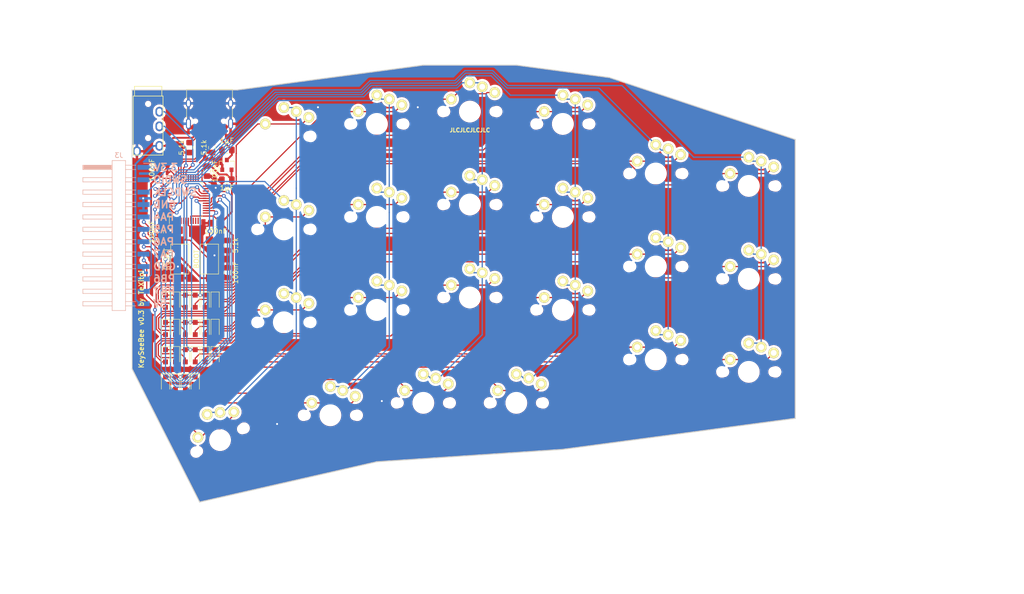
<source format=kicad_pcb>
(kicad_pcb (version 20221018) (generator pcbnew)
  (layers (0 "F.Cu" signal) (31 "B.Cu" signal) (34 "B.Paste" user) (35 "F.Paste" user) (36 "B.SilkS" user "B.Silkscreen") (37 "F.SilkS" user "F.Silkscreen") (38 "B.Mask" user) (39 "F.Mask" user) (44 "Edge.Cuts" user))
  (net 0 "")
  (net 1 "GND")
  (net 2 "D+")
  (net 3 "Net-(U1-NRST)")
  (net 4 "Net-(D5-A)")
  (net 5 "D-")
  (net 6 "Net-(D6-A)")
  (net 7 "Net-(D7-A)")
  (net 8 "5V")
  (net 9 "3.3V")
  (net 10 "SWDIO")
  (net 11 "SWDCLK")
  (net 12 "PA4")
  (net 13 "PA5")
  (net 14 "PA6")
  (net 15 "PA7")
  (net 16 "PB6")
  (net 17 "PB7")
  (net 18 "TX")
  (net 19 "RX")
  (net 20 "COL4")
  (net 21 "COL5")
  (net 22 "COL2")
  (net 23 "COL6")
  (net 24 "COL3")
  (net 25 "COL1")
  (net 26 "Net-(D9-A)")
  (net 27 "VBAT")
  (net 28 "Net-(D10-A)")
  (net 29 "Net-(D11-A)")
  (net 30 "Net-(D12-A)")
  (net 31 "Net-(D14-A)")
  (net 32 "Net-(D15-A)")
  (net 33 "Net-(D16-A)")
  (net 34 "Net-(D17-A)")
  (net 35 "Net-(D19-A)")
  (net 36 "Net-(D20-A)")
  (net 37 "Net-(D21-A)")
  (net 38 "ROW1")
  (net 39 "ROW2")
  (net 40 "ROW3")
  (net 41 "ROW4")
  (net 42 "Net-(D23-A)")
  (net 43 "Net-(D24-A)")
  (net 44 "Net-(D25-A)")
  (net 45 "Net-(D26-A)")
  (net 46 "Net-(D33-A)")
  (net 47 "Net-(D34-A)")
  (net 48 "Net-(D35-A)")
  (net 49 "Net-(D36-A)")
  (net 50 "Net-(J1-CC2)")
  (net 52 "Net-(J1-CC1)")
  (net 54 "Net-(U1-BOOT0)")
  (footprint "kicad-usb:USB_C_Receptacle_HRO_TYPE-C-31-M-12" (layer "F.Cu") (at 96.774 68.707 180)
    (fp_text reference "J1" hide)
    (fp_text value "USB_C_Receptacle_USB2.0")
  )
  (footprint "keebio:TRRS-PJ-320A-no-Fmask" (layer "F.Cu") (at 84.201 66.167)
    (fp_text reference "J2")
    (fp_text value "AudioJack4")
  )
  (footprint "Resistor_SMD:R_0805_2012Metric_Pad1.15x1.40mm_HandSolder" (layer "F.Cu") (at 100.457 96.774 -90)
    (fp_text reference "R1" hide)
    (fp_text value "5.1k")
  )
  (footprint "Resistor_SMD:R_0805_2012Metric_Pad1.15x1.40mm_HandSolder" (layer "F.Cu") (at 92.71 76.708 -90)
    (fp_text reference "R6" hide)
    (fp_text value "5.1k")
  )
  (footprint "Resistor_SMD:R_0805_2012Metric_Pad1.15x1.40mm_HandSolder" (layer "F.Cu") (at 97.282 76.708 -90)
    (fp_text reference "R7" hide)
    (fp_text value "5.1k")
  )
  (footprint "Package_TO_SOT_SMD:SOT-23" (layer "F.Cu") (at 100.33 80.264 90)
    (fp_text reference "U2" hide)
    (fp_text value "LDO")
  )
  (footprint "Package_QFP:LQFP-48_7x7mm_P0.5mm" (layer "F.Cu") (at 91.694 87.376 90)
    (fp_text reference "U1" hide)
    (fp_text value "STM32")
  )
  (footprint "Diode_SMD:D_SOD-323_HandSoldering" (layer "F.Cu") (at 89.789 119.38 -90)
    (fp_text reference "D35" hide)
    (fp_text value "1N4148WS")
  )
  (footprint "Diode_SMD:D_SOD-323_HandSoldering" (layer "F.Cu") (at 95.885 108.204 -90)
    (fp_text reference "D19" hide)
    (fp_text value "1N4148WS")
  )
  (footprint "Diode_SMD:D_SOD-323_HandSoldering" (layer "F.Cu") (at 95.885 119.38 -90)
    (fp_text reference "D21" hide)
    (fp_text value "1N4148WS")
  )
  (footprint "Diode_SMD:D_SOD-323_HandSoldering" (layer "F.Cu") (at 91.821 108.204 -90)
    (fp_text reference "D23" hide)
    (fp_text value "1N4148WS")
  )
  (footprint "Diode_SMD:D_SOD-323_HandSoldering" (layer "F.Cu") (at 91.821 113.792 -90)
    (fp_text reference "D24" hide)
    (fp_text value "1N4148WS")
  )
  (footprint "Diode_SMD:D_SOD-323_HandSoldering" (layer "F.Cu") (at 91.821 119.38 -90)
    (fp_text reference "D25" hide)
    (fp_text value "1N4148WS")
  )
  (footprint "Diode_SMD:D_SOD-323_HandSoldering" (layer "F.Cu") (at 91.821 124.968 -90)
    (fp_text reference "D26" hide)
    (fp_text value "1N4148WS")
  )
  (footprint "Diode_SMD:D_SOD-323_HandSoldering" (layer "F.Cu") (at 89.789 108.204 -90)
    (fp_text reference "D33" hide)
    (fp_text value "1N4148WS")
  )
  (footprint "Diode_SMD:D_SOD-323_HandSoldering" (layer "F.Cu") (at 89.789 113.792 -90)
    (fp_text reference "D34" hide)
    (fp_text value "1N4148WS")
  )
  (footprint "Diode_SMD:D_SOD-323_HandSoldering" (layer "F.Cu") (at 89.789 124.968 -90)
    (fp_text reference "D36" hide)
    (fp_text value "1N4148WS")
  )
  (footprint "Diode_SMD:D_SOD-323_HandSoldering" (layer "F.Cu") (at 95.885 113.792 -90)
    (fp_text reference "D20" hide)
    (fp_text value "1N4148WS")
  )
  (footprint "Diode_SMD:D_SOD-323_HandSoldering" (layer "F.Cu") (at 87.757 119.38 -90)
    (fp_text reference "D16" hide)
    (fp_text value "1N4148WS")
  )
  (footprint "Diode_SMD:D_SOD-323_HandSoldering" (layer "F.Cu") (at 97.917 113.792 -90)
    (fp_text reference "D6" hide)
    (fp_text value "1N4148WS")
  )
  (footprint "Diode_SMD:D_SOD-323_HandSoldering" (layer "F.Cu") (at 97.917 119.38 -90)
    (fp_text reference "D7" hide)
    (fp_text value "1N4148WS")
  )
  (footprint "Diode_SMD:D_SOD-323_HandSoldering" (layer "F.Cu") (at 93.853 108.204 -90)
    (fp_text reference "D9" hide)
    (fp_text value "1N4148WS")
  )
  (footprint "Diode_SMD:D_SOD-323_HandSoldering" (layer "F.Cu") (at 93.853 113.792 -90)
    (fp_text reference "D10" hide)
    (fp_text value "1N4148WS")
  )
  (footprint "Diode_SMD:D_SOD-323_HandSoldering" (layer "F.Cu") (at 93.853 119.38 -90)
    (fp_text reference "D11" hide)
    (fp_text value "1N4148WS")
  )
  (footprint "Diode_SMD:D_SOD-323_HandSoldering" (layer "F.Cu") (at 93.853 124.968 -90)
    (fp_text reference "D12" hide)
    (fp_text value "1N4148WS")
  )
  (footprint "Diode_SMD:D_SOD-323_HandSoldering" (layer "F.Cu") (at 87.757 108.204 -90)
    (fp_text reference "D14" hide)
    (fp_text value "1N4148WS")
  )
  (footprint "Diode_SMD:D_SOD-323_HandSoldering" (layer "F.Cu") (at 87.757 113.792 -90)
    (fp_text reference "D15" hide)
    (fp_text value "1N4148WS")
  )
  (footprint "Diode_SMD:D_SOD-323_HandSoldering" (layer "F.Cu") (at 87.757 124.968 -90)
    (fp_text reference "D17" hide)
    (fp_text value "1N4148WS")
  )
  (footprint "Capacitor_SMD:C_0805_2012Metric_Pad1.15x1.40mm_HandSolder" (layer "F.Cu") (at 100.33 77.216)
    (fp_text reference "C7" hide)
    (fp_text value "1µF")
  )
  (footprint "Capacitor_SMD:C_0805_2012Metric_Pad1.15x1.40mm_HandSolder" (layer "F.Cu") (at 100.33 83.312)
    (fp_text reference "C6" hide)
    (fp_text value "1µF")
  )
  (footprint "Capacitor_SMD:C_0805_2012Metric_Pad1.15x1.40mm_HandSolder" (layer "F.Cu") (at 86.614 93.98 -90)
    (fp_text reference "C5" hide)
    (fp_text value "100nF")
  )
  (footprint "Capacitor_SMD:C_0805_2012Metric_Pad1.15x1.40mm_HandSolder" (layer "F.Cu") (at 98.044 92.202)
    (fp_text reference "C4" hide)
    (fp_text value "100nF")
  )
  (footprint "Capacitor_SMD:C_0805_2012Metric_Pad1.15x1.40mm_HandSolder" (layer "F.Cu") (at 86.614 81.28 -90)
    (fp_text reference "C2" hide)
    (fp_text value "100nF")
  )
  (footprint "Button_Switch_SMD:SW_SPST_CK_RS282G05A3" (layer "F.Cu") (at 96.774 99.568 -90)
    (fp_text reference "SW1" hide)
    (fp_text value "BOOT")
  )
  (footprint "Diode_SMD:D_SOD-323_HandSoldering" (layer "F.Cu") (at 97.917 108.204 -90)
    (fp_text reference "D5" hide)
    (fp_text value "1N4148WS")
  )
  (footprint "Capacitor_SMD:C_0805_2012Metric_Pad1.15x1.40mm_HandSolder" (layer "F.Cu") (at 100.457 102.362 -90)
    (fp_text reference "C1" hide)
    (fp_text value "100nF")
  )
  (footprint "Button_Switch_SMD:SW_SPST_CK_RS282G05A3" (layer "F.Cu") (at 90.678 99.568 90)
    (fp_text reference "SW2" hide)
    (fp_text value "RESET")
  )
  (footprint "Capacitor_SMD:C_0805_2012Metric_Pad1.15x1.40mm_HandSolder" (layer "F.Cu") (at 96.266 81.534 90)
    (fp_text reference "C3" hide)
    (fp_text value "100nF")
  )
  (footprint "custom:CherryMX_Choc_1u" (layer "F.Cu") (at 131.064 109.982)
    (fp_text reference "SW33" hide)
    (fp_text value "SW_Push" hide)
  )
  (footprint "custom:CherryMX_Choc_1u" (layer "F.Cu") (at 131.064 90.932)
    (fp_text reference "SW32" hide)
    (fp_text value "SW_Push" hide)
  )
  (footprint "custom:CherryMX_Choc_1u" (layer "F.Cu") (at 131.064 71.882)
    (fp_text reference "SW31" hide)
    (fp_text value "SW_Push" hide)
  )
  (footprint "custom:CherryMX_Choc_1u" (layer "F.Cu") (at 150.114 107.442)
    (fp_text reference "SW23" hide)
    (fp_text value "SW_Push" hide)
  )
  (footprint "custom:CherryMX_Choc_1u" (layer "F.Cu") (at 150.114 88.392)
    (fp_text reference "SW22" hide)
    (fp_text value "SW_Push" hide)
  )
  (footprint "custom:CherryMX_Choc_1u" (layer "F.Cu") (at 150.114 69.342)
    (fp_text reference "SW21" hide)
    (fp_text value "SW_Push" hide)
  )
  (footprint "custom:CherryMX_Choc_1u" (layer "F.Cu") (at 188.214 120.142)
    (fp_text reference "SW19" hide)
    (fp_text value "SW_Push" hide)
  )
  (footprint "custom:CherryMX_Choc_1u" (layer "F.Cu") (at 188.214 101.092)
    (fp_text reference "SW18" hide)
    (fp_text value "SW_Push" hide)
  )
  (footprint "custom:CherryMX_Choc_1u" (layer "F.Cu") (at 188.214 82.042)
    (fp_text reference "SW17" hide)
    (fp_text value "SW_Push" hide)
  )
  (footprint "custom:CherryMX_Choc_1u" (layer "F.Cu") (at 112.014 112.522)
    (fp_text reference "SW14" hide)
    (fp_text value "SW_Push" hide)
  )
  (footprint "custom:CherryMX_Choc_1u" (layer "F.Cu") (at 112.014 74.422)
    (fp_text reference "SW12" hide)
    (fp_text value "SW_Push" hide)
  )
  (footprint "custom:CherryMX_Choc_1u" (layer "F.Cu") (at 169.164 109.982)
    (fp_text reference "SW9" hide)
    (fp_text value "SW_Push" hide)
  )
  (footprint "custom:CherryMX_Choc_1u" (layer "F.Cu") (at 169.164 90.932)
    (fp_text reference "SW8" hide)
    (fp_text value "SW_Push" hide)
  )
  (footprint "custom:CherryMX_Choc_1u" (layer "F.Cu") (at 112.014 93.472)
    (fp_text reference "SW13" hide)
    (fp_text value "SW_Push" hide)
  )
  (footprint "custom:CherryMX_Choc_1u" (layer "F.Cu") (at 169.164 71.882)
    (fp_text reference "SW7" hide)
    (fp_text value "SW_Push" hide)
  )
  (footprint "custom:CherryMX_Choc_1u" (layer "F.Cu") (at 207.264 122.682)
    (fp_text reference "SW5" hide)
    (fp_text value "SW_Push" hide)
  )
  (footprint "custom:CherryMX_Choc_1u" (layer "F.Cu") (at 207.264 103.632)
    (fp_text reference "SW4" hide)
    (fp_text value "SW_Push" hide)
  )
  (footprint "custom:CherryMX_Choc_1u" (layer "F.Cu") (at 207.264 84.582)
    (fp_text reference "SW3" hide)
    (fp_text value "SW_Push" hide)
  )
  (footprint "custom:CherryMX_Choc_1u" (layer "F.Cu") (at 159.639 129.032)
    (fp_text reference "SW10" hide)
    (fp_text value "SW_Push" hide)
  )
  (footprint "custom:CherryMX_Choc_1u" (layer "F.Cu") (at 98.933 136.652 26.5)
    (fp_text reference "SW15" hide)
    (fp_text value "SW_Push" hide)
  )
  (footprint "custom:CherryMX_Choc_1u" (layer "F.Cu") (at 140.589 129.032)
    (fp_text reference "SW24" hide)
    (fp_text value "SW_Push" hide)
  )
  (footprint "custom:CherryMX_Choc_1u" (layer "F.Cu") (at 121.539 131.572)
    (fp_text reference "SW34" hide)
    (fp_text value "SW_Push" hide)
  )
  (footprint "kicad-harwin:Harwin_M20-89012xx_1x12_P2.54mm_Horizontal" (layer "B.Cu") (at 77.724 94.742 180)
    (fp_text reference "J3")
    (fp_text value "Conn_01x12_Male")
  )
  (gr_line (start 131.064 141.097) (end 94.742 149.352) (stroke (width 0.2)) (layer "Edge.Cuts"))
  (gr_line (start 178.689 62.357) (end 216.789 75.057) (stroke (width 0.2)) (layer "Edge.Cuts"))
  (gr_line (start 94.742 149.352) (end 80.899 122.047) (stroke (width 0.2)) (layer "Edge.Cuts"))
  (gr_line (start 216.789 75.057) (end 216.789 132.207) (stroke (width 0.2)) (layer "Edge.Cuts"))
  (gr_line (start 80.899 64.897) (end 80.899 122.047) (stroke (width 0.15)) (layer "Edge.Cuts"))
  (gr_line (start 216.789 132.207) (end 169.164 138.557) (stroke (width 0.2)) (layer "Edge.Cuts"))
  (gr_line (start 102.489 64.897) (end 80.899 64.897) (stroke (width 0.15)) (layer "Edge.Cuts"))
  (gr_line (start 140.589 59.817) (end 159.639 59.817) (stroke (width 0.2)) (layer "Edge.Cuts"))
  (gr_line (start 169.164 138.557) (end 131.064 141.097) (stroke (width 0.2)) (layer "Edge.Cuts"))
  (gr_line (start 159.639 59.817) (end 178.689 62.357) (stroke (width 0.2)) (layer "Edge.Cuts"))
  (gr_line (start 102.489 64.897) (end 140.589 59.817) (stroke (width 0.2)) (layer "Edge.Cuts"))
  (gr_text "SWDCLK" (at 85.09 85.852) (layer "B.SilkS") (effects (font (size 1.5 1.5) (thickness 0.3)) (justify right mirror)))
  (gr_text "5V" (at 85.09 108.712) (layer "B.SilkS") (effects (font (size 1.5 1.5) (thickness 0.3)) (justify right mirror)))
  (gr_text "PA5" (at 85.09 93.472) (layer "B.SilkS") (effects (font (size 1.5 1.5) (thickness 0.3)) (justify right mirror)))
  (gr_text "PB6" (at 85.09 103.632) (layer "B.SilkS") (effects (font (size 1.5 1.5) (thickness 0.3)) (justify right mirror)))
  (gr_text "3.3V" (at 85.217 80.772) (layer "B.SilkS") (effects (font (size 1.5 1.5) (thickness 0.3)) (justify right mirror)))
  (gr_text "PA4" (at 85.09 90.932) (layer "B.SilkS") (effects (font (size 1.5 1.5) (thickness 0.3)) (justify right mirror)))
  (gr_text "PA7" (at 85.09 98.552) (layer "B.SilkS") (effects (font (size 1.5 1.5) (thickness 0.3)) (justify right mirror)))
  (gr_text "GND" (at 85.09 88.392) (layer "B.SilkS") (effects (font (size 1.5 1.5) (thickness 0.3)) (justify right mirror)))
  (gr_text "PB7" (at 85.09 106.172) (layer "B.SilkS") (effects (font (size 1.5 1.5) (thickness 0.3)) (justify right mirror)))
  (gr_text "PA6" (at 85.09 96.012) (layer "B.SilkS") (effects (font (size 1.5 1.5) (thickness 0.3)) (justify right mirror)))
  (gr_text "GND" (at 85.09 101.092) (layer "B.SilkS") (effects (font (size 1.5 1.5) (thickness 0.3)) (justify right mirror)))
  (gr_text "SWDIO" (at 85.09 83.312) (layer "B.SilkS") (effects (font (size 1.5 1.5) (thickness 0.3)) (justify right mirror)))
  (gr_text "KeySeeBee v0.3 by TeXitoi" (at 82.804 122.047 90) (layer "F.SilkS") (effects (font (size 1 1) (thickness 0.2)) (justify left)))
  (gr_text "JLCJLCJLCJLC" (at 150.114 73.152) (layer "F.SilkS") (effects (font (size 0.8 0.8) (thickness 0.2))))
  (segment (start 87.237372 92.331628) (end 86.614 92.955) (width 0.25) (layer "F.Cu") (net 1))
  (segment (start 88.319001 91.249999) (end 87.237372 92.331628) (width 0.25) (layer "F.Cu") (net 1))
  (segment (start 87.344 89.626) (end 88.244 89.626) (width 0.25) (layer "F.Cu") (net 1))
  (segment (start 93.524 72.752) (end 93.369 72.752) (width 0.381) (layer "F.Cu") (net 1))
  (segment (start 97.397372 84.63263) (end 97.397372 83.182372) (width 0.25) (layer "F.Cu") (net 1))
  (segment (start 100.024 72.752) (end 100.179 72.752) (width 0.381) (layer "F.Cu") (net 1))
  (segment (start 92.444 91.726) (end 92.444 92.626) (width 0.25) (layer "F.Cu") (net 1))
  (segment (start 89.444 83.026) (end 89.444 82.126) (width 0.25) (layer "F.Cu") (net 1))
  (segment (start 96.044 85.126) (end 96.904002 85.126) (width 0.25) (layer "F.Cu") (net 1))
  (segment (start 92.643372 92.825372) (end 96.395628 92.825372) (width 0.25) (layer "F.Cu") (net 1))
  (segment (start 96.395628 92.825372) (end 97.019 92.202) (width 0.25) (layer "F.Cu") (net 1))
  (segment (start 100.179 72.752) (end 101.094 71.837) (width 0.381) (layer "F.Cu") (net 1))
  (segment (start 87.414 80.255) (end 86.614 80.255) (width 0.25) (layer "F.Cu") (net 1))
  (segment (start 88.319001 89.701001) (end 88.319001 91.249999) (width 0.25) (layer "F.Cu") (net 1))
  (segment (start 97.397372 83.182372) (end 96.774 82.559) (width 0.25) (layer "F.Cu") (net 1))
  (segment (start 89.444 82.126) (end 87.573 80.255) (width 0.25) (layer "F.Cu") (net 1))
  (segment (start 87.573 80.255) (end 87.414 80.255) (width 0.25) (layer "F.Cu") (net 1))
  (segment (start 93.369 72.752) (end 92.454 71.837) (width 0.381) (layer "F.Cu") (net 1))
  (segment (start 88.244 89.626) (end 88.319001 89.701001) (width 0.25) (layer "F.Cu") (net 1))
  (segment (start 96.774 92.447) (end 97.019 92.202) (width 0.381) (layer "F.Cu") (net 1))
  (segment (start 92.444 92.626) (end 92.643372 92.825372) (width 0.25) (layer "F.Cu") (net 1))
  (segment (start 96.904002 85.126) (end 97.397372 84.63263) (width 0.25) (layer "F.Cu") (net 1))
  (via (at 132.08 128.651) (size 0.8) (drill 0.4) (layers "F.Cu" "B.Cu") (net 1))
  (via (at 95.631 77.724) (size 0.8) (drill 0.4) (layers "F.Cu" "B.Cu") (net 1))
  (via (at 83.185 102.235) (size 0.8) (drill 0.4) (layers "F.Cu" "B.Cu") (net 1))
  (via (at 139.446 68.453) (size 0.8) (drill 0.4) (layers "F.Cu" "B.Cu") (net 1))
  (via (at 98.044 84.963) (size 0.8) (drill 0.4) (layers "F.Cu" "B.Cu") (net 1))
  (via (at 90.297 101.092) (size 0.8) (drill 0.4) (layers "F.Cu" "B.Cu") (net 1))
  (via (at 88.773 93.726) (size 0.8) (drill 0.4) (layers "F.Cu" "B.Cu") (net 1))
  (via (at 110.617 133.35) (size 0.8) (drill 0.4) (layers "F.Cu" "B.Cu") (net 1))
  (via (at 97.79 98.806) (size 0.8) (drill 0.4) (layers "F.Cu" "B.Cu") (net 1))
  (via (at 118.999 68.453) (size 0.8) (drill 0.4) (layers "F.Cu" "B.Cu") (net 1))
  (via (at 83.185 87.122) (size 0.8) (drill 0.4) (layers "F.Cu" "B.Cu") (net 1))
  (segment (start 96.948999 71.701999) (end 97.024 71.777) (width 0.25) (layer "F.Cu") (net 2))
  (segment (start 93.758013 79.088987) (end 91.343602 79.088987) (width 0.25) (layer "F.Cu") (net 2))
  (segment (start 96.024 74.664) (end 94.361 76.326999) (width 0.25) (layer "F.Cu") (net 2))
  (segment (start 96.024 72.752) (end 96.024 71.777) (width 0.25) (layer "F.Cu") (net 2))
  (segment (start 96.024 72.752) (end 96.024 74.664) (width 0.25) (layer "F.Cu") (net 2))
  (segment (start 90.444 82.126) (end 90.444 83.026) (width 0.25) (layer "F.Cu") (net 2))
  (segment (start 91.343602 79.088987) (end 90.444 79.988589) (width 0.25) (layer "F.Cu") (net 2))
  (segment (start 90.444 79.988589) (end 90.444 82.126) (width 0.25) (layer "F.Cu") (net 2))
  (segment (start 94.361 76.326999) (end 94.361 78.486) (width 0.25) (layer "F.Cu") (net 2))
  (segment (start 97.024 71.777) (end 97.024 72.752) (width 0.25) (layer "F.Cu") (net 2))
  (segment (start 94.361 78.486) (end 93.758013 79.088987) (width 0.25) (layer "F.Cu") (net 2))
  (segment (start 96.024 71.777) (end 96.099001 71.701999) (width 0.25) (layer "F.Cu") (net 2))
  (segment (start 96.099001 71.701999) (end 96.948999 71.701999) (width 0.25) (layer "F.Cu") (net 2))
  (segment (start 91.678 95.668) (end 90.678 95.668) (width 0.25) (layer "F.Cu") (net 3))
  (segment (start 91.944 95.402) (end 91.678 95.668) (width 0.25) (layer "F.Cu") (net 3))
  (segment (start 91.944 91.726) (end 91.944 95.402) (width 0.25) (layer "F.Cu") (net 3))
  (segment (start 92.738 95.668) (end 100.457 103.387) (width 0.25) (layer "F.Cu") (net 3))
  (segment (start 90.678 95.668) (end 92.738 95.668) (width 0.25) (layer "F.Cu") (net 3))
  (segment (start 201.898366 82.042) (end 203.454 82.042) (width 0.25) (layer "F.Cu") (net 4))
  (segment (start 187.198003 84.367001) (end 199.573365 84.367001) (width 0.25) (layer "F.Cu") (net 4))
  (segment (start 211.004 82.042) (end 212.364 80.682) (width 0.25) (layer "F.Cu") (net 4))
  (segment (start 100.108911 109.454) (end 104.50506 105.057851) (width 0.25) (layer "F.Cu") (net 4))
  (segment (start 104.50506 91.83835) (end 116.33341 80.01) (width 0.25) (layer "F.Cu") (net 4))
  (segment (start 203.454 82.042) (end 211.004 82.042) (width 0.25) (layer "F.Cu") (net 4))
  (segment (start 182.841002 80.01) (end 187.198003 84.367001) (width 0.25) (layer "F.Cu") (net 4))
  (segment (start 104.50506 105.057851) (end 104.50506 91.83835) (width 0.25) (layer "F.Cu") (net 4))
  (segment (start 116.33341 80.01) (end 182.841002 80.01) (width 0.25) (layer "F.Cu") (net 4))
  (segment (start 97.917 109.454) (end 100.108911 109.454) (width 0.25) (layer "F.Cu") (net 4))
  (segment (start 199.573365 84.367001) (end 201.898366 82.042) (width 0.25) (layer "F.Cu") (net 4))
  (segment (start 97.448999 73.802001) (end 97.524 73.727) (width 0.25) (layer "F.Cu") (net 5))
  (segment (start 90.944 80.125) (end 90.944 82.126) (width 0.25) (layer "F.Cu") (net 5))
  (segment (start 94.811011 76.513399) (end 94.811011 78.6724) (width 0.25) (layer "F.Cu") (net 5))
  (segment (start 96.524 73.727) (end 96.599001 73.802001) (width 0.25) (layer "F.Cu") (net 5))
  (segment (start 91.530002 79.538998) (end 90.944 80.125) (width 0.25) (layer "F.Cu") (net 5))
  (segment (start 93.944413 79.538998) (end 91.530002 79.538998) (width 0.25) (layer "F.Cu") (net 5))
  (segment (start 96.524 72.752) (end 96.524 74.80041) (width 0.25) (layer "F.Cu") (net 5))
  (segment (start 90.944 82.126) (end 90.944 83.026) (width 0.25) (layer "F.Cu") (net 5))
  (segment (start 97.524 73.727) (end 97.524 72.752) (width 0.25) (layer "F.Cu") (net 5))
  (segment (start 94.811011 78.6724) (end 93.944413 79.538998) (width 0.25) (layer "F.Cu") (net 5))
  (segment (start 96.524 72.752) (end 96.524 73.727) (width 0.25) (layer "F.Cu") (net 5))
  (segment (start 96.524 74.80041) (end 94.811011 76.513399) (width 0.25) (layer "F.Cu") (net 5))
  (segment (start 96.599001 73.802001) (end 97.448999 73.802001) (width 0.25) (layer "F.Cu") (net 5))
  (segment (start 101.327209 114.267019) (end 111.200228 104.394) (width 0.25) (layer "F.Cu") (net 6))
  (segment (start 113.538 104.394) (end 117.815001 100.116999) (width 0.25) (layer "F.Cu") (net 6))
  (segment (start 117.815001 100.116999) (end 179.851997 100.116999) (width 0.25) (layer "F.Cu") (net 6))
  (segment (start 211.004 101.092) (end 212.364 99.732) (width 0.25) (layer "F.Cu") (net 6))
  (segment (start 183.151999 103.417001) (end 199.573365 103.417001) (width 0.25) (layer "F.Cu") (net 6))
  (segment (start 179.851997 100.116999) (end 183.151999 103.417001) (width 0.25) (layer "F.Cu") (net 6))
  (segment (start 201.898366 101.092) (end 203.454 101.092) (width 0.25) (layer "F.Cu") (net 6))
  (segment (start 111.200228 104.394) (end 113.538 104.394) (width 0.25) (layer "F.Cu") (net 6))
  (segment (start 98.667 115.042) (end 99.441981 114.267019) (width 0.25) (layer "F.Cu") (net 6))
  (segment (start 99.441981 114.267019) (end 101.327209 114.267019) (width 0.25) (layer "F.Cu") (net 6))
  (segment (start 199.573365 103.417001) (end 201.898366 101.092) (width 0.25) (layer "F.Cu") (net 6))
  (segment (start 97.917 115.042) (end 98.667 115.042) (width 0.25) (layer "F.Cu") (net 6))
  (segment (start 203.454 101.092) (end 211.004 101.092) (width 0.25) (layer "F.Cu") (net 6))
  (segment (start 182.030001 122.467001) (end 199.573365 122.467001) (width 0.25) (layer "F.Cu") (net 7))
  (segment (start 201.898366 120.142) (end 203.454 120.142) (width 0.25) (layer "F.Cu") (net 7))
  (segment (start 211.004 120.142) (end 212.364 118.782) (width 0.25) (layer "F.Cu") (net 7))
  (segment (start 203.454 120.142) (end 211.004 120.142) (width 0.25) (layer "F.Cu") (net 7))
  (segment (start 97.917 120.63) (end 180.193 120.63) (width 0.25) (layer "F.Cu") (net 7))
  (segment (start 180.193 120.63) (end 182.030001 122.467001) (width 0.25) (layer "F.Cu") (net 7))
  (segment (start 199.573365 122.467001) (end 201.898366 120.142) (width 0.25) (layer "F.Cu") (net 7))
  (segment (start 98.342902 70.993) (end 99.064501 71.714599) (width 0.381) (layer "F.Cu") (net 8))
  (segment (start 99.064501 71.714599) (end 99.064501 72.592501) (width 0.381) (layer "F.Cu") (net 8))
  (segment (start 101.355 77.216) (end 101.355 78.239) (width 0.381) (layer "F.Cu") (net 8))
  (segment (start 95.256942 70.993) (end 98.342902 70.993) (width 0.381) (layer "F.Cu") (net 8))
  (segment (start 99.224 75.085) (end 101.355 77.216) (width 0.381) (layer "F.Cu") (net 8))
  (segment (start 94.324 72.752) (end 94.324 73.679902) (width 0.381) (layer "F.Cu") (net 8))
  (segment (start 99.064501 72.592501) (end 99.224 72.752) (width 0.381) (layer "F.Cu") (net 8))
  (segment (start 87.682 76.367) (end 86.501 76.367) (width 0.381) (layer "F.Cu") (net 8))
  (segment (start 94.324 71.925942) (end 95.256942 70.993) (width 0.381) (layer "F.Cu") (net 8))
  (segment (start 89.33151 74.71749) (end 87.682 76.367) (width 0.381) (layer "F.Cu") (net 8))
  (segment (start 93.286412 74.71749) (end 89.33151 74.71749) (width 0.381) (layer "F.Cu") (net 8))
  (segment (start 94.324 73.679902) (end 93.286412 74.71749) (width 0.381) (layer "F.Cu") (net 8))
  (segment (start 101.355 78.239) (end 100.33 79.264) (width 0.381) (layer "F.Cu") (net 8))
  (segment (start 94.324 72.752) (end 94.324 71.925942) (width 0.381) (layer "F.Cu") (net 8))
  (segment (start 99.224 72.752) (end 99.224 75.085) (width 0.381) (layer "F.Cu") (net 8))
  (segment (start 82.499 108.712) (end 83.249 108.712) (width 0.381) (layer "B.Cu") (net 8))
  (segment (start 85.32 76.367) (end 81.608499 80.078501) (width 0.381) (layer "B.Cu") (net 8))
  (segment (start 81.608499 107.821499) (end 82.499 108.712) (width 0.381) (layer "B.Cu") (net 8))
  (segment (start 81.608499 80.078501) (end 81.608499 107.821499) (width 0.381) (layer "B.Cu") (net 8))
  (segment (start 86.501 76.367) (end 85.32 76.367) (width 0.381) (layer "B.Cu") (net 8))
  (segment (start 100.731628 82.688628) (end 101.355 83.312) (width 0.381) (layer "F.Cu") (net 9))
  (segment (start 95.077 103.468) (end 86.614 95.005) (width 0.381) (layer "F.Cu") (net 9))
  (segment (start 84.807499 94.341499) (end 84.807499 84.111501) (width 0.381) (layer "F.Cu") (net 9))
  (segment (start 101.355 83.312) (end 101.355 89.916) (width 0.381) (layer "F.Cu") (net 9))
  (segment (start 94.444 81.153) (end 95.088 80.509) (width 0.25) (layer "F.Cu") (net 9))
  (segment (start 94.444 83.026) (end 94.444 81.153) (width 0.25) (layer "F.Cu") (net 9))
  (segment (start 101.355 89.916) (end 99.069 92.202) (width 0.381) (layer "F.Cu") (net 9))
  (segment (start 97.617999 90.750999) (end 98.445628 91.578628) (width 0.25) (layer "F.Cu") (net 9))
  (segment (start 87.344 90.126) (end 86.444 90.126) (width 0.25) (layer "F.Cu") (net 9))
  (segment (start 92.944 91.726) (end 92.944 90.826) (width 0.25) (layer "F.Cu") (net 9))
  (segment (start 85.58899 90.98101) (end 85.58899 93.97999) (width 0.25) (layer "F.Cu") (net 9))
  (segment (start 97.066 80.509) (end 98.77849 82.22149) (width 0.381) (layer "F.Cu") (net 9))
  (segment (start 87.335 83.026) (end 86.614 82.305) (width 0.25) (layer "F.Cu") (net 9))
  (segment (start 95.088 80.509) (end 96.266 80.509) (width 0.25) (layer "F.Cu") (net 9))
  (segment (start 101.54751 103.97731) (end 101.17231 104.35251) (width 0.381) (layer "F.Cu") (net 9))
  (segment (start 101.28 81.264) (end 101.28 83.237) (width 0.381) (layer "F.Cu") (net 9))
  (segment (start 98.77849 82.22149) (end 100.26449 82.22149) (width 0.381) (layer "F.Cu") (net 9))
  (segment (start 99.069 92.202) (end 101.54751 94.68051) (width 0.381) (layer "F.Cu") (net 9))
  (segment (start 101.28 83.237) (end 101.355 83.312) (width 0.381) (layer "F.Cu") (net 9))
  (segment (start 98.445628 91.578628) (end 99.069 92.202) (width 0.25) (layer "F.Cu") (net 9))
  (segment (start 85.990628 82.928372) (end 86.614 82.305) (width 0.381) (layer "F.Cu") (net 9))
  (segment (start 101.54751 94.68051) (end 101.54751 103.97731) (width 0.381) (layer "F.Cu") (net 9))
  (segment (start 96.044 84.626) (end 96.044 84.251) (width 0.25) (layer "F.Cu") (net 9))
  (segment (start 101.17231 104.35251) (end 98.78951 104.35251) (width 0.381) (layer "F.Cu") (net 9))
  (segment (start 88.944 83.026) (end 87.335 83.026) (width 0.25) (layer "F.Cu") (net 9))
  (segment (start 85.471 95.005) (end 84.807499 94.341499) (width 0.381) (layer "F.Cu") (net 9))
  (segment (start 98.78951 104.35251) (end 97.905 103.468) (width 0.381) (layer "F.Cu") (net 9))
  (segment (start 85.990628 94.381628) (end 86.614 95.005) (width 0.25) (layer "F.Cu") (net 9))
  (segment (start 96.774 103.468) (end 95.077 103.468) (width 0.381) (layer "F.Cu") (net 9))
  (segment (start 86.444 90.126) (end 85.58899 90.98101) (width 0.25) (layer "F.Cu") (net 9))
  (segment (start 84.807499 84.111501) (end 85.990628 82.928372) (width 0.381) (layer "F.Cu") (net 9))
  (segment (start 96.044 84.251) (end 95.24099 83.44799) (width 0.25) (layer "F.Cu") (net 9))
  (segment (start 100.26449 82.22149) (end 100.731628 82.688628) (width 0.381) (layer "F.Cu") (net 9))
  (segment (start 96.266 80.509) (end 97.066 80.509) (width 0.381) (layer "F.Cu") (net 9))
  (segment (start 95.24099 83.44799) (end 95.24099 81.53401) (width 0.25) (layer "F.Cu") (net 9))
  (segment (start 93.019001 90.750999) (end 97.617999 90.750999) (width 0.25) (layer "F.Cu") (net 9))
  (segment (start 95.24099 81.53401) (end 95.642628 81.132372) (width 0.25) (layer "F.Cu") (net 9))
  (segment (start 95.642628 81.132372) (end 96.266 80.509) (width 0.25) (layer "F.Cu") (net 9))
  (segment (start 86.614 95.005) (end 85.471 95.005) (width 0.381) (layer "F.Cu") (net 9))
  (segment (start 85.09 80.772) (end 85.09 80.781) (width 0.381) (layer "F.Cu") (net 9))
  (segment (start 85.58899 93.97999) (end 85.990628 94.381628) (width 0.25) (layer "F.Cu") (net 9))
  (segment (start 97.905 103.468) (end 96.774 103.468) (width 0.381) (layer "F.Cu") (net 9))
  (segment (start 85.09 80.781) (end 86.614 82.305) (width 0.381) (layer "F.Cu") (net 9))
  (segment (start 92.944 90.826) (end 93.019001 90.750999) (width 0.25) (layer "F.Cu") (net 9))
  (via (at 85.09 80.772) (size 0.8) (drill 0.4) (layers "F.Cu" "B.Cu") (net 9))
  (segment (start 85.09 80.772) (end 84.88 80.772) (width 0.381) (layer "B.Cu") (net 9))
  (segment (start 84.88 80.772) (end 85.09 80.772) (width 0.381) (layer "B.Cu") (net 9))
  (segment (start 83.249 80.772) (end 85.09 80.772) (width 0.381) (layer "B.Cu") (net 9))
  (segment (start 89.408 81.026) (end 89.408 81.026) (width 0.25) (layer "F.Cu") (net 10))
  (segment (start 89.944 83.026) (end 89.944 81.562) (width 0.25) (layer "F.Cu") (net 10))
  (segment (start 89.944 81.562) (end 89.408 81.026) (width 0.25) (layer "F.Cu") (net 10))
  (via (at 89.408 81.026) (size 0.8) (drill 0.4) (layers "F.Cu" "B.Cu") (net 10))
  (segment (start 89.408 81.026) (end 88.18859 81.026) (width 0.25) (layer "B.Cu") (net 10))
  (segment (start 88.18859 81.026) (end 85.90259 83.312) (width 0.25) (layer "B.Cu") (net 10))
  (segment (start 84.749 83.312) (end 83.249 83.312) (width 0.25) (layer "B.Cu") (net 10))
  (segment (start 85.90259 83.312) (end 84.749 83.312) (width 0.25) (layer "B.Cu") (net 10))
  (segment (start 86.786 83.693) (end 86.786 83.693) (width 0.25) (layer "F.Cu") (net 11))
  (segment (start 87.344 84.626) (end 87.344 84.251) (width 0.25) (layer "F.Cu") (net 11))
  (segment (start 87.344 84.251) (end 86.786 83.693) (width 0.25) (layer "F.Cu") (net 11))
  (via (at 86.786 83.693) (size 0.8) (drill 0.4) (layers "F.Cu" "B.Cu") (net 11))
  (segment (start 83.999 85.852) (end 83.249 85.852) (width 0.25) (layer "B.Cu") (net 11))
  (segment (start 86.158 83.693) (end 83.999 85.852) (width 0.25) (layer "B.Cu") (net 11))
  (segment (start 86.786 83.693) (end 86.158 83.693) (width 0.25) (layer "B.Cu") (net 11))
  (segment (start 83.312 91.948) (end 83.312 91.948) (width 0.25) (layer "F.Cu") (net 12))
  (segment (start 96.044 89.626) (end 97.698068 89.626) (width 0.25) (layer "F.Cu") (net 12))
  (segment (start 84.201 92.837) (end 83.312 91.948) (width 0.25) (layer "F.Cu") (net 12))
  (segment (start 88.28896 98.552) (end 84.201 94.46404) (width 0.25) (layer "F.Cu") (net 12))
  (segment (start 84.201 94.46404) (end 84.201 92.837) (width 0.25) (layer "F.Cu") (net 12))
  (segment (start 97.698068 89.626) (end 97.739236 89.667168) (width 0.25) (layer "F.Cu") (net 12))
  (segment (start 88.773 98.552) (end 88.28896 98.552) (width 0.25) (layer "F.Cu") (net 12))
  (segment (start 97.739236 89.667168) (end 98.139235 90.067167) (width 0.25) (layer "F.Cu") (net 12))
  (via (at 98.139235 90.067167) (size 0.8) (drill 0.4) (layers "F.Cu" "B.Cu") (net 12))
  (via (at 83.312 91.948) (size 0.8) (drill 0.4) (layers "F.Cu" "B.Cu") (net 12))
  (via (at 88.773 98.552) (size 0.8) (drill 0.4) (layers "F.Cu" "B.Cu") (net 12))
  (segment (start 88.773 98.552) (end 88.773 98.552) (width 0.25) (layer "B.Cu") (net 12))
  (segment (start 95.594001 96.302999) (end 95.594001 120.002001) (width 0.25) (layer "B.Cu") (net 12))
  (segment (start 98.139235 90.067167) (end 97.536 90.670402) (width 0.25) (layer "B.Cu") (net 12))
  (segment (start 97.536 94.361) (end 95.594001 96.302999) (width 0.25) (layer "B.Cu") (net 12))
  (segment (start 83.312 91.948) (end 83.312 90.995) (width 0.25) (layer "B.Cu") (net 12))
  (segment (start 83.312 90.995) (end 83.249 90.932) (width 0.25) (layer "B.Cu") (net 12))
  (segment (start 97.536 90.670402) (end 97.536 94.361) (width 0.25) (layer "B.Cu") (net 12))
  (segment (start 88.773 122.759002) (end 88.773 98.552) (width 0.25) (layer "B.Cu") (net 12))
  (segment (start 95.594001 120.002001) (end 91.153001 124.443001) (width 0.25) (layer "B.Cu") (net 12))
  (segment (start 91.153001 124.443001) (end 90.456999 124.443001) (width 0.25) (layer "B.Cu") (net 12))
  (segment (start 90.456999 124.443001) (end 88.773 122.759002) (width 0.25) (layer "B.Cu") (net 12))
  (segment (start 83.312 94.615) (end 83.312 94.615) (width 0.25) (layer "F.Cu") (net 13))
  (segment (start 87.757 99.568) (end 87.757 99.06) (width 0.25) (layer "F.Cu") (net 13))
  (segment (start 96.044 89.126) (end 97.182998 89.126) (width 0.25) (layer "F.Cu") (net 13))
  (segment (start 87.757 99.06) (end 83.312 94.615) (width 0.25) (layer "F.Cu") (net 13))
  (segment (start 97.182998 89.126) (end 98.533001 87.775997) (width 0.25) (layer "F.Cu") (net 13))
  (segment (start 98.533001 87.775997) (end 98.933 87.375998) (width 0.25) (layer "F.Cu") (net 13))
  (via (at 98.933 87.375998) (size 0.8) (drill 0.4) (layers "F.Cu" "B.Cu") (net 13))
  (via (at 83.312 94.615) (size 0.8) (drill 0.4) (layers "F.Cu" "B.Cu") (net 13))
  (via (at 87.757 99.568) (size 0.8) (drill 0.4) (layers "F.Cu" "B.Cu") (net 13))
  (segment (start 87.757 99.568) (end 87.757 99.568) (width 0.25) (layer "B.Cu") (net 13))
  (segment (start 87.757 122.379412) (end 90.270598 124.89301) (width 0.25) (layer "B.Cu") (net 13))
  (segment (start 83.312 94.615) (end 83.312 93.535) (width 0.25) (layer "B.Cu") (net 13))
  (segment (start 100.457 88.899998) (end 98.933 87.375998) (width 0.25) (layer "B.Cu") (net 13))
  (segment (start 90.270598 124.89301) (end 91.339401 124.893011) (width 0.25) (layer "B.Cu") (net 13))
  (segment (start 87.757 99.568) (end 87.757 122.379412) (width 0.25) (layer "B.Cu") (net 13))
  (segment (start 91.339401 124.893011) (end 100.457 115.775412) (width 0.25) (layer "B.Cu") (net 13))
  (segment (start 100.457 115.775412) (end 100.457 88.899998) (width 0.25) (layer "B.Cu") (net 13))
  (segment (start 83.312 93.535) (end 83.249 93.472) (width 0.25) (layer "B.Cu") (net 13))
  (segment (start 83.312 97.028) (end 83.312 97.028) (width 0.25) (layer "F.Cu") (net 14))
  (segment (start 86.868 99.314) (end 84.582 97.028) (width 0.25) (layer "F.Cu") (net 14))
  (segment (start 97.663 87.25041) (end 98.29941 86.614) (width 0.25) (layer "F.Cu") (net 14))
  (segment (start 86.868 100.584) (end 86.868 99.314) (width 0.25) (layer "F.Cu") (net 14))
  (segment (start 84.582 97.028) (end 83.312 97.028) (width 0.25) (layer "F.Cu") (net 14))
  (segment (start 96.990997 88.626) (end 97.663 87.953997) (width 0.25) (layer "F.Cu") (net 14))
  (segment (start 96.044 88.626) (end 96.990997 88.626) (width 0.25) (layer "F.Cu") (net 14))
  (segment (start 97.663 87.953997) (end 97.663 87.25041) (width 0.25) (layer "F.Cu") (net 14))
  (segment (start 98.29941 86.614) (end 99.694996 86.614) (width 0.25) (layer "F.Cu") (net 14))
  (via (at 83.312 97.028) (size 0.8) (drill 0.4) (layers "F.Cu" "B.Cu") (net 14))
  (via (at 99.694996 86.614) (size 0.8) (drill 0.4) (layers "F.Cu" "B.Cu") (net 14))
  (via (at 86.868 100.584) (size 0.8) (drill 0.4) (layers "F.Cu" "B.Cu") (net 14))
  (segment (start 86.868 100.584) (end 86.868 100.584) (width 0.25) (layer "B.Cu") (net 14))
  (segment (start 86.868 122.126822) (end 90.084199 125.34302) (width 0.25) (layer "B.Cu") (net 14))
  (segment (start 91.525802 125.34302) (end 100.907011 115.961812) (width 0.25) (layer "B.Cu") (net 14))
  (segment (start 100.094995 87.013999) (end 99.694996 86.614) (width 0.25) (layer "B.Cu") (net 14))
  (segment (start 100.907011 87.826015) (end 100.094995 87.013999) (width 0.25) (layer "B.Cu") (net 14))
  (segment (start 100.907011 115.961812) (end 100.907011 87.826015) (width 0.25) (layer "B.Cu") (net 14))
  (segment (start 90.084199 125.34302) (end 91.525802 125.34302) (width 0.25) (layer "B.Cu") (net 14))
  (segment (start 86.868 100.584) (end 86.868 122.126822) (width 0.25) (layer "B.Cu") (net 14))
  (segment (start 83.312 97.028) (end 83.312 96.075) (width 0.25) (layer "B.Cu") (net 14))
  (segment (start 83.312 96.075) (end 83.249 96.012) (width 0.25) (layer "B.Cu") (net 14))
  (segment (start 83.312 99.822) (end 83.312 99.822) (width 0.25) (layer "F.Cu") (net 15))
  (segment (start 96.044 88.126) (end 96.854587 88.126) (width 0.25) (layer "F.Cu") (net 15))
  (segment (start 85.598 109.982) (end 85.598 108.68141) (width 0.25) (layer "F.Cu") (net 15))
  (segment (start 99.891315 85.725) (end 100.457 85.725) (width 0.25) (layer "F.Cu") (net 15))
  (segment (start 83.910001 106.993411) (end 83.910001 100.420001) (width 0.25) (layer "F.Cu") (net 15))
  (segment (start 96.854587 88.126) (end 97.155 87.825587) (width 0.25) (layer "F.Cu") (net 15))
  (segment (start 83.910001 100.420001) (end 83.312 99.822) (width 0.25) (layer "F.Cu") (net 15))
  (segment (start 97.155 87.122) (end 98.552 85.725) (width 0.25) (layer "F.Cu") (net 15))
  (segment (start 98.552 85.725) (end 99.891315 85.725) (width 0.25) (layer "F.Cu") (net 15))
  (segment (start 97.155 87.825587) (end 97.155 87.122) (width 0.25) (layer "F.Cu") (net 15))
  (segment (start 85.598 108.68141) (end 83.910001 106.993411) (width 0.25) (layer "F.Cu") (net 15))
  (via (at 83.312 99.822) (size 0.8) (drill 0.4) (layers "F.Cu" "B.Cu") (net 15))
  (via (at 85.598 109.982) (size 0.8) (drill 0.4) (layers "F.Cu" "B.Cu") (net 15))
  (via (at 100.457 85.725) (size 0.8) (drill 0.4) (layers "F.Cu" "B.Cu") (net 15))
  (segment (start 85.598 109.982) (end 85.598 109.982) (width 0.25) (layer "B.Cu") (net 15))
  (segment (start 91.712202 125.793031) (end 101.357022 116.148212) (width 0.25) (layer "B.Cu") (net 15))
  (segment (start 89.897799 125.793031) (end 91.712202 125.793031) (width 0.25) (layer "B.Cu") (net 15))
  (segment (start 100.856999 86.124999) (end 100.457 85.725) (width 0.25) (layer "B.Cu") (net 15))
  (segment (start 101.357022 116.148212) (end 101.357022 86.625022) (width 0.25) (layer "B.Cu") (net 15))
  (segment (start 83.312 99.822) (end 83.312 98.615) (width 0.25) (layer "B.Cu") (net 15))
  (segment (start 85.598 109.982) (end 85.598 121.493232) (width 0.25) (layer "B.Cu") (net 15))
  (segment (start 83.312 98.615) (end 83.249 98.552) (width 0.25) (layer "B.Cu") (net 15))
  (segment (start 101.357022 86.625022) (end 100.856999 86.124999) (width 0.25) (layer "B.Cu") (net 15))
  (segment (start 85.598 121.493232) (end 89.897799 125.793031) (width 0.25) (layer "B.Cu") (net 15))
  (segment (start 85.598 87.972) (end 85.598 87.972) (width 0.25) (layer "F.Cu") (net 16))
  (segment (start 87.344 87.126) (end 86.444 87.126) (width 0.25) (layer "F.Cu") (net 16))
  (segment (start 86.444 87.126) (end 85.598 87.972) (width 0.25) (layer "F.Cu") (net 16))
  (via (at 85.598 87.972) (size 0.8) (drill 0.4) (layers "F.Cu" "B.Cu") (net 16))
  (segment (start 84.824001 88.745999) (end 84.824001 102.806999) (width 0.25) (layer "B.Cu") (net 16))
  (segment (start 83.999 103.632) (end 83.249 103.632) (width 0.25) (layer "B.Cu") (net 16))
  (segment (start 85.598 87.972) (end 84.824001 88.745999) (width 0.25) (layer "B.Cu") (net 16))
  (segment (start 84.824001 102.806999) (end 83.999 103.632) (width 0.25) (layer "B.Cu") (net 16))
  (segment (start 85.598 89.408) (end 85.598 89.408) (width 0.25) (layer "F.Cu") (net 17))
  (segment (start 86.58041 87.626) (end 86.323001 87.883409) (width 0.25) (layer "F.Cu") (net 17))
  (segment (start 86.323001 87.883409) (end 86.323001 88.682999) (width 0.25) (layer "F.Cu") (net 17))
  (segment (start 87.344 87.626) (end 86.58041 87.626) (width 0.25) (layer "F.Cu") (net 17))
  (segment (start 86.323001 88.682999) (end 85.598 89.408) (width 0.25) (layer "F.Cu") (net 17))
  (via (at 85.598 89.408) (size 0.8) (drill 0.4) (layers "F.Cu" "B.Cu") (net 17))
  (segment (start 85.598 104.573) (end 83.999 106.172) (width 0.25) (layer "B.Cu") (net 17))
  (segment (start 85.598 89.408) (end 85.598 104.573) (width 0.25) (layer "B.Cu") (net 17))
  (segment (start 83.999 106.172) (end 83.249 106.172) (width 0.25) (layer "B.Cu") (net 17))
  (segment (start 93.345 80.518) (end 93.345 80.264) (width 0.25) (layer "F.Cu") (net 18))
  (segment (start 91.944 81.665) (end 92.945001 80.663999) (width 0.25) (layer "F.Cu") (net 18))
  (segment (start 91.944 83.026) (end 91.944 81.665) (width 0.25) (layer "F.Cu") (net 18))
  (segment (start 92.945001 80.663999) (end 93.345 80.264) (width 0.25) (layer "F.Cu") (net 18))
  (via (at 93.345 80.264) (size 0.8) (drill 0.4) (layers "F.Cu" "B.Cu") (net 18))
  (segment (start 93.345 80.264) (end 93.345 75.161) (width 0.25) (layer "B.Cu") (net 18))
  (segment (start 87.551 69.367) (end 86.501 69.367) (width 0.25) (layer "B.Cu") (net 18))
  (segment (start 93.345 75.161) (end 87.551 69.367) (width 0.25) (layer "B.Cu") (net 18))
  (segment (start 91.444 80.90573) (end 91.553361 80.796369) (width 0.25) (layer "F.Cu") (net 19))
  (segment (start 91.553361 80.796369) (end 91.95336 80.39637) (width 0.25) (layer "F.Cu") (net 19))
  (segment (start 91.444 83.026) (end 91.444 80.90573) (width 0.25) (layer "F.Cu") (net 19))
  (via (at 91.95336 80.39637) (size 0.8) (drill 0.4) (layers "F.Cu" "B.Cu") (net 19))
  (segment (start 87.551 72.367) (end 86.501 72.367) (width 0.25) (layer "B.Cu") (net 19))
  (segment (start 91.95336 80.39637) (end 91.95336 76.76936) (width 0.25) (layer "B.Cu") (net 19))
  (segment (start 91.95336 76.76936) (end 87.551 72.367) (width 0.25) (layer "B.Cu") (net 19))
  (segment (start 88.994 87.376) (end 88.994 87.376) (width 0.25) (layer "F.Cu") (net 20))
  (segment (start 87.344 86.626) (end 88.244 86.626) (width 0.25) (layer "F.Cu") (net 20))
  (segment (start 88.244 86.626) (end 88.994 87.376) (width 0.25) (layer "F.Cu") (net 20))
  (via (at 88.994 87.376) (size 0.8) (drill 0.4) (layers "F.Cu" "B.Cu") (net 20))
  (segment (start 152.654 83.312) (end 152.654 102.362) (width 0.25) (layer "B.Cu") (net 20))
  (segment (start 143.764 123.952) (end 142.044 123.952) (width 0.25) (layer "B.Cu") (net 20))
  (segment (start 91.243989 82.746011) (end 94.359579 82.746011) (width 0.25) (layer "B.Cu") (net 20))
  (segment (start 130.175 64.516) (end 147.484366 64.516) (width 0.25) (layer "B.Cu") (net 20))
  (segment (start 128.385978 66.305022) (end 130.175 64.516) (width 0.25) (layer "B.Cu") (net 20))
  (segment (start 88.994 87.376) (end 89.559685 87.376) (width 0.25) (layer "B.Cu") (net 20))
  (segment (start 152.654 64.262) (end 152.654 83.312) (width 0.25) (layer "B.Cu") (net 20))
  (segment (start 152.654 102.362) (end 150.934 102.362) (width 0.25) (layer "B.Cu") (net 20))
  (segment (start 90.043001 83.946999) (end 91.243989 82.746011) (width 0.25) (layer "B.Cu") (net 20))
  (segment (start 110.800568 66.305022) (end 128.385978 66.305022) (width 0.25) (layer "B.Cu") (net 20))
  (segment (start 90.043001 86.892684) (end 90.043001 83.946999) (width 0.25) (layer "B.Cu") (net 20))
  (segment (start 150.934 83.312) (end 150.114 82.492) (width 0.25) (layer "B.Cu") (net 20))
  (segment (start 148.558366 63.442) (end 150.114 63.442) (width 0.25) (layer "B.Cu") (net 20))
  (segment (start 89.559685 87.376) (end 90.043001 86.892684) (width 0.25) (layer "B.Cu") (net 20))
  (segment (start 150.114 63.442) (end 151.834 63.442) (width 0.25) (layer "B.Cu") (net 20))
  (segment (start 152.654 83.312) (end 150.934 83.312) (width 0.25) (layer "B.Cu") (net 20))
  (segment (start 150.934 102.362) (end 150.114 101.542) (width 0.25) (layer "B.Cu") (net 20))
  (segment (start 147.484366 64.516) (end 148.558366 63.442) (width 0.25) (layer "B.Cu") (net 20))
  (segment (start 142.044 123.952) (end 141.224 123.132) (width 0.25) (layer "B.Cu") (net 20))
  (segment (start 151.834 63.442) (end 152.654 64.262) (width 0.25) (layer "B.Cu") (net 20))
  (segment (start 152.654 102.362) (end 152.654 115.062) (width 0.25) (layer "B.Cu") (net 20))
  (segment (start 152.654 115.062) (end 143.764 123.952) (width 0.25) (layer "B.Cu") (net 20))
  (segment (start 94.359579 82.746011) (end 110.800568 66.305022) (width 0.25) (layer "B.Cu") (net 20))
  (segment (start 89.01632 88.626) (end 89.41266 89.02234) (width 0.25) (layer "F.Cu") (net 21))
  (segment (start 87.904 88.626) (end 87.953999 88.576001) (width 0.25) (layer "F.Cu") (net 21))
  (segment (start 87.344 88.626) (end 89.01632 88.626) (width 0.25) (layer "F.Cu") (net 21))
  (segment (start 87.344 88.626) (end 87.904 88.626) (width 0.25) (layer "F.Cu") (net 21))
  (via (at 89.41266 89.02234) (size 0.8) (drill 0.4) (layers "F.Cu" "B.Cu") (net 21))
  (segment (start 131.064 65.982) (end 129.964001 67.081999) (width 0.25) (layer "B.Cu") (net 21))
  (segment (start 124.714 126.492) (end 133.604 117.602) (width 0.25) (layer "B.Cu") (net 21))
  (segment (start 133.604 85.852) (end 131.884 85.852) (width 0.25) (layer "B.Cu") (net 21))
  (segment (start 133.604 117.602) (end 133.604 104.902) (width 0.25) (layer "B.Cu") (net 21))
  (segment (start 133.604 66.802) (end 132.048366 66.802) (width 0.25) (layer "B.Cu") (net 21))
  (segment (start 123.894 125.672) (end 124.714 126.492) (width 0.25) (layer "B.Cu") (net 21))
  (segment (start 131.884 104.902) (end 131.064 104.082) (width 0.25) (layer "B.Cu") (net 21))
  (segment (start 90.551 87.884) (end 89.812659 88.622341) (width 0.25) (layer "B.Cu") (net 21))
  (segment (start 122.174 125.672) (end 123.894 125.672) (width 0.25) (layer "B.Cu") (net 21))
  (segment (start 133.604 90.030998) (end 133.604 85.852) (width 0.25) (layer "B.Cu") (net 21))
  (segment (start 132.048366 66.802) (end 131.228366 65.982) (width 0.25) (layer "B.Cu") (net 21))
  (segment (start 133.604 85.852) (end 133.604 66.802) (width 0.25) (layer "B.Cu") (net 21))
  (segment (start 90.551 84.201) (end 90.551 87.884) (width 0.25) (layer "B.Cu") (net 21))
  (segment (start 89.812659 88.622341) (end 89.41266 89.02234) (width 0.25) (layer "B.Cu") (net 21))
  (segment (start 133.604 104.902) (end 133.604 90.030998) (width 0.25) (layer "B.Cu") (net 21))
  (segment (start 133.604 104.902) (end 131.884 104.902) (width 0.25) (layer "B.Cu") (net 21))
  (segment (start 110.660001 67.081999) (end 94.545978 83.196022) (width 0.25) (layer "B.Cu") (net 21))
  (segment (start 94.545978 83.196022) (end 91.555978 83.196022) (width 0.25) (layer "B.Cu") (net 21))
  (segment (start 129.964001 67.081999) (end 110.660001 67.081999) (width 0.25) (layer "B.Cu") (net 21))
  (segment (start 91.555978 83.196022) (end 90.551 84.201) (width 0.25) (layer "B.Cu") (net 21))
  (segment (start 131.228366 65.982) (end 131.064 65.982) (width 0.25) (layer "B.Cu") (net 21))
  (segment (start 131.884 85.852) (end 131.064 85.032) (width 0.25) (layer "B.Cu") (net 21))
  (segment (start 86.586006 85.626) (end 85.598 86.614006) (width 0.25) (layer "F.Cu") (net 22))
  (segment (start 87.344 85.626) (end 86.586006 85.626) (width 0.25) (layer "F.Cu") (net 22))
  (via (at 85.598 86.614006) (size 0.8) (drill 0.4) (layers "F.Cu" "B.Cu") (net 22))
  (segment (start 176.588 64.516) (end 157.734 64.516) (width 0.25) (layer "B.Cu") (net 22))
  (segment (start 157.734 64.516) (end 154.686 61.468) (width 0.25) (layer "B.Cu") (net 22))
  (segment (start 147.193 63.5) (end 129.79259 63.5) (width 0.25) (layer "B.Cu") (net 22))
  (segment (start 190.754 96.012) (end 190.754 97.567634) (width 0.25) (layer "B.Cu") (net 22))
  (segment (start 190.754 97.567634) (end 190.754 115.062) (width 0.25) (layer "B.Cu") (net 22))
  (segment (start 154.686 61.468) (end 149.225 61.468) (width 0.25) (layer "B.Cu") (net 22))
  (segment (start 190.754 115.062) (end 189.034 115.062) (width 0.25) (layer "B.Cu") (net 22))
  (segment (start 129.79259 63.5) (end 127.88759 65.405) (width 0.25) (layer "B.Cu") (net 22))
  (segment (start 189.034 96.012) (end 188.214 95.192) (width 0.25) (layer "B.Cu") (net 22))
  (segment (start 93.853 81.788) (end 90.805 81.788) (width 0.25) (layer "B.Cu") (net 22))
  (segment (start 189.313999 77.241999) (end 190.474001 77.241999) (width 0.25) (layer "B.Cu") (net 22))
  (segment (start 127.88759 65.405) (end 110.236 65.405) (width 0.25) (layer "B.Cu") (net 22))
  (segment (start 85.978994 86.614006) (end 85.598 86.614006) (width 0.25) (layer "B.Cu") (net 22))
  (segment (start 188.214 76.142) (end 176.588 64.516) (width 0.25) (layer "B.Cu") (net 22))
  (segment (start 190.754 76.962) (end 190.754 96.012) (width 0.25) (layer "B.Cu") (net 22))
  (segment (start 85.598006 86.614) (end 85.598 86.614006) (width 0.25) (layer "B.Cu") (net 22))
  (segment (start 188.214 76.142) (end 189.313999 77.241999) (width 0.25) (layer "B.Cu") (net 22))
  (segment (start 149.225 61.468) (end 147.193 63.5) (width 0.25) (layer "B.Cu") (net 22))
  (segment (start 90.805 81.788) (end 85.978994 86.614006) (width 0.25) (layer "B.Cu") (net 22))
  (segment (start 189.034 115.062) (end 188.214 114.242) (width 0.25) (layer "B.Cu") (net 22))
  (segment (start 190.754 96.012) (end 189.034 96.012) (width 0.25) (layer "B.Cu") (net 22))
  (segment (start 110.236 65.405) (end 93.853 81.788) (width 0.25) (layer "B.Cu") (net 22))
  (segment (start 190.474001 77.241999) (end 190.754 76.962) (width 0.25) (layer "B.Cu") (net 22))
  (segment (start 89.407998 90.042998) (end 88.491 89.126) (width 0.25) (layer "F.Cu") (net 23))
  (segment (start 88.491 89.126) (end 87.344 89.126) (width 0.25) (layer "F.Cu") (net 23))
  (segment (start 90.043 90.042998) (end 89.407998 90.042998) (width 0.25) (layer "F.Cu") (net 23))
  (via (at 90.043 90.042998) (size 0.8) (drill 0.4) (layers "F.Cu" "B.Cu") (net 23))
  (segment (start 114.554 107.442) (end 114.554 115.992839) (width 0.25) (layer "B.Cu") (net 23))
  (segment (start 97.334929 130.972391) (end 96.935433 131.371887) (width 0.25) (layer "B.Cu") (net 23))
  (segment (start 112.014 87.572) (end 113.734 87.572) (width 0.25) (layer "B.Cu") (net 23))
  (segment (start 113.734 68.522) (end 114.554 69.342) (width 0.25) (layer "B.Cu") (net 23))
  (segment (start 112.014 68.522) (end 113.734 68.522) (width 0.25) (layer "B.Cu") (net 23))
  (segment (start 91.059 89.027) (end 91.059 84.397998) (width 0.25) (layer "B.Cu") (net 23))
  (segment (start 90.043 90.042998) (end 90.043002 90.042998) (width 0.25) (layer "B.Cu") (net 23))
  (segment (start 113.734 87.572) (end 114.554 88.392) (width 0.25) (layer "B.Cu") (net 23))
  (segment (start 114.554 115.992839) (end 99.574448 130.972391) (width 0.25) (layer "B.Cu") (net 23))
  (segment (start 114.554 107.442) (end 113.454001 106.342001) (width 0.25) (layer "B.Cu") (net 23))
  (segment (start 113.454001 106.342001) (end 112.293999 106.342001) (width 0.25) (layer "B.Cu") (net 23))
  (segment (start 91.796008 83.66099) (end 108.10299 83.66099) (width 0.25) (layer "B.Cu") (net 23))
  (segment (start 112.293999 106.342001) (end 112.014 106.622) (width 0.25) (layer "B.Cu") (net 23))
  (segment (start 91.059 84.397998) (end 91.796008 83.66099) (width 0.25) (layer "B.Cu") (net 23))
  (segment (start 114.554 88.392) (end 114.554 107.442) (width 0.25) (layer "B.Cu") (net 23))
  (segment (start 114.554 69.342) (end 114.554 85.032) (width 0.25) (layer "B.Cu") (net 23))
  (segment (start 114.554 85.032) (end 114.554 88.392) (width 0.25) (layer "B.Cu") (net 23))
  (segment (start 108.10299 83.66099) (end 112.014 87.572) (width 0.25) (layer "B.Cu") (net 23))
  (segment (start 99.574448 130.972391) (end 97.334929 130.972391) (width 0.25) (layer "B.Cu") (net 23))
  (segment (start 90.043002 90.042998) (end 91.059 89.027) (width 0.25) (layer "B.Cu") (net 23))
  (segment (start 89.261 86.126) (end 89.261 86.126) (width 0.25) (layer "F.Cu") (net 24))
  (segment (start 87.344 86.126) (end 89.261 86.126) (width 0.25) (layer "F.Cu") (net 24))
  (via (at 89.261 86.126) (size 0.8) (drill 0.4) (layers "F.Cu" "B.Cu") (net 24))
  (segment (start 129.921 64.008) (end 147.355956 64.008) (width 0.25) (layer "B.Cu") (net 24))
  (segment (start 171.704 66.802) (end 169.984 66.802) (width 0.25) (layer "B.Cu") (net 24))
  (segment (start 110.547989 65.855011) (end 128.07399 65.855011) (width 0.25) (layer "B.Cu") (net 24))
  (segment (start 154.472999 62.016999) (end 158.438 65.982) (width 0.25) (layer "B.Cu") (net 24))
  (segment (start 171.704 115.062) (end 171.704 104.902) (width 0.25) (layer "B.Cu") (net 24))
  (segment (start 169.984 104.902) (end 169.164 104.082) (width 0.25) (layer "B.Cu") (net 24))
  (segment (start 149.346957 62.016999) (end 154.472999 62.016999) (width 0.25) (layer "B.Cu") (net 24))
  (segment (start 89.261 86.126) (end 89.261 84.09259) (width 0.25) (layer "B.Cu") (net 24))
  (segment (start 171.704 104.902) (end 169.984 104.902) (width 0.25) (layer "B.Cu") (net 24))
  (segment (start 171.704 85.852) (end 171.704 66.802) (width 0.25) (layer "B.Cu") (net 24))
  (segment (start 160.274 123.132) (end 161.373999 124.231999) (width 0.25) (layer "B.Cu") (net 24))
  (segment (start 169.984 85.852) (end 169.164 85.032) (width 0.25) (layer "B.Cu") (net 24))
  (segment (start 162.534001 124.231999) (end 162.814 123.952) (width 0.25) (layer "B.Cu") (net 24))
  (segment (start 91.05759 82.296) (end 94.107 82.296) (width 0.25) (layer "B.Cu") (net 24))
  (segment (start 147.355956 64.008) (end 149.346957 62.016999) (width 0.25) (layer "B.Cu") (net 24))
  (segment (start 171.704 104.902) (end 171.704 85.852) (width 0.25) (layer "B.Cu") (net 24))
  (segment (start 94.107 82.296) (end 110.547989 65.855011) (width 0.25) (layer "B.Cu") (net 24))
  (segment (start 171.704 85.852) (end 169.984 85.852) (width 0.25) (layer "B.Cu") (net 24))
  (segment (start 162.814 123.952) (end 171.704 115.062) (width 0.25) (layer "B.Cu") (net 24))
  (segment (start 167.608366 65.982) (end 169.164 65.982) (width 0.25) (layer "B.Cu") (net 24))
  (segment (start 128.07399 65.855011) (end 129.921 64.008) (width 0.25) (layer "B.Cu") (net 24))
  (segment (start 158.438 65.982) (end 167.608366 65.982) (width 0.25) (layer "B.Cu") (net 24))
  (segment (start 161.373999 124.231999) (end 162.534001 124.231999) (width 0.25) (layer "B.Cu") (net 24))
  (segment (start 169.984 66.802) (end 169.164 65.982) (width 0.25) (layer "B.Cu") (net 24))
  (segment (start 89.261 84.09259) (end 91.05759 82.296) (width 0.25) (layer "B.Cu") (net 24))
  (segment (start 87.344 85.126) (end 85.507 85.126) (width 0.25) (layer "F.Cu") (net 25))
  (via (at 85.684167 85.192152) (size 0.8) (drill 0.4) (layers "F.Cu" "B.Cu") (net 25))
  (segment (start 209.804 98.552) (end 209.804 79.502) (width 0.25) (layer "B.Cu") (net 25))
  (segment (start 181.289002 64.008) (end 157.86241 64.008) (width 0.25) (layer "B.Cu") (net 25))
  (segment (start 90.67659 81.28) (end 86.764438 85.192152) (width 0.25) (layer "B.Cu") (net 25))
  (segment (start 109.982 64.897) (end 93.599 81.28) (width 0.25) (layer "B.Cu") (net 25))
  (segment (start 147.06459 62.992) (end 129.66418 62.992) (width 0.25) (layer "B.Cu") (net 25))
  (segment (start 93.599 81.28) (end 90.67659 81.28) (width 0.25) (layer "B.Cu") (net 25))
  (segment (start 129.66418 62.992) (end 127.75918 64.897) (width 0.25) (layer "B.Cu") (net 25))
  (segment (start 208.248366 98.552) (end 207.428366 97.732) (width 0.25) (layer "B.Cu") (net 25))
  (segment (start 127.75918 64.897) (end 109.982 64.897) (width 0.25) (layer "B.Cu") (net 25))
  (segment (start 207.264 78.682) (end 195.963002 78.682) (width 0.25) (layer "B.Cu") (net 25))
  (segment (start 209.804 79.502) (end 208.084 79.502) (width 0.25) (layer "B.Cu") (net 25))
  (segment (start 207.428366 97.732) (end 207.264 97.732) (width 0.25) (layer "B.Cu") (net 25))
  (segment (start 208.984 116.782) (end 209.804 117.602) (width 0.25) (layer "B.Cu") (net 25))
  (segment (start 209.804 117.602) (end 209.804 98.552) (width 0.25) (layer "B.Cu") (net 25))
  (segment (start 157.86241 64.008) (end 154.81441 60.96) (width 0.25) (layer "B.Cu") (net 25))
  (segment (start 86.764438 85.192152) (end 86.249852 85.192152) (width 0.25) (layer "B.Cu") (net 25))
  (segment (start 86.249852 85.192152) (end 85.684167 85.192152) (width 0.25) (layer "B.Cu") (net 25))
  (segment (start 208.084 79.502) (end 207.264 78.682) (width 0.25) (layer "B.Cu") (net 25))
  (segment (start 154.81441 60.96) (end 149.09659 60.96) (width 0.25) (layer "B.Cu") (net 25))
  (segment (start 149.09659 60.96) (end 147.06459 62.992) (width 0.25) (layer "B.Cu") (net 25))
  (segment (start 195.963002 78.682) (end 181.289002 64.008) (width 0.25) (layer "B.Cu") (net 25))
  (segment (start 207.264 116.782) (end 208.984 116.782) (width 0.25) (layer "B.Cu") (net 25))
  (segment (start 209.804 98.552) (end 208.248366 98.552) (width 0.25) (layer "B.Cu") (net 25))
  (segment (start 94.734 107.823) (end 100.467091 107.823) (width 0.25) (layer "F.Cu") (net 26))
  (segment (start 165.354 69.342) (end 172.904 69.342) (width 0.25) (layer "F.Cu") (net 26))
  (segment (start 103.60504 104.685051) (end 103.60504 90.95896) (width 0.25) (layer "F.Cu") (net 26))
  (segment (start 160.755002 69.342) (end 163.798366 69.342) (width 0.25) (layer "F.Cu") (net 26))
  (segment (start 163.798366 69.342) (end 165.354 69.342) (width 0.25) (layer "F.Cu") (net 26))
  (segment (start 117.348 77.216) (end 152.881002 77.216) (width 0.25) (layer "F.Cu") (net 26))
  (segment (start 152.881002 77.216) (end 160.755002 69.342) (width 0.25) (layer "F.Cu") (net 26))
  (segment (start 103.60504 90.95896) (end 117.348 77.216) (width 0.25) (layer "F.Cu") (net 26))
  (segment (start 93.853 109.454) (end 93.853 108.704) (width 0.25) (layer "F.Cu") (net 26))
  (segment (start 172.904 69.342) (end 174.264 67.982) (width 0.25) (layer "F.Cu") (net 26))
  (segment (start 93.853 108.704) (end 94.734 107.823) (width 0.25) (layer "F.Cu") (net 26))
  (segment (start 100.467091 107.823) (end 103.60504 104.685051) (width 0.25) (layer "F.Cu") (net 26))
  (segment (start 122.228001 94.306999) (end 157.883367 94.306999) (width 0.25) (layer "F.Cu") (net 28))
  (segment (start 93.853 114.292) (end 94.777999 113.367001) (width 0.25) (layer "F.Cu") (net 28))
  (segment (start 157.883367 94.306999) (end 163.798366 88.392) (width 0.25) (layer "F.Cu") (net 28))
  (segment (start 93.853 115.042) (end 93.853 114.292) (width 0.25) (layer "F.Cu") (net 28))
  (segment (start 165.354 88.392) (end 172.904 88.392) (width 0.25) (layer "F.Cu") (net 28))
  (segment (start 163.798366 88.392) (end 165.354 88.392) (width 0.25) (layer "F.Cu") (net 28))
  (segment (start 110.943408 103.378) (end 113.157 103.378) (width 0.25) (layer "F.Cu") (net 28))
  (segment (start 100.954407 113.367001) (end 110.943408 103.378) (width 0.25) (layer "F.Cu") (net 28))
  (segment (start 172.904 88.392) (end 174.264 87.032) (width 0.25) (layer "F.Cu") (net 28))
  (segment (start 113.157 103.378) (end 122.228001 94.306999) (width 0.25) (layer "F.Cu") (net 28))
  (segment (start 94.777999 113.367001) (end 100.954407 113.367001) (width 0.25) (layer "F.Cu") (net 28))
  (segment (start 93.853 119.88) (end 94.734 118.999) (width 0.25) (layer "F.Cu") (net 29))
  (segment (start 94.734 118.999) (end 152.241366 118.999) (width 0.25) (layer "F.Cu") (net 29))
  (segment (start 165.354 107.442) (end 172.904 107.442) (width 0.25) (layer "F.Cu") (net 29))
  (segment (start 172.904 107.442) (end 174.264 106.082) (width 0.25) (layer "F.Cu") (net 29))
  (segment (start 163.798366 107.442) (end 165.354 107.442) (width 0.25) (layer "F.Cu") (net 29))
  (segment (start 93.853 120.63) (end 93.853 119.88) (width 0.25) (layer "F.Cu") (net 29))
  (segment (start 152.241366 118.999) (end 163.798366 107.442) (width 0.25) (layer "F.Cu") (net 29))
  (segment (start 164.014 126.492) (end 165.374 125.132) (width 0.25) (layer "F.Cu") (net 30))
  (segment (start 151.678999 121.706999) (end 155.364001 125.392001) (width 0.25) (layer "F.Cu") (net 30))
  (segment (start 155.364001 125.392001) (end 156.464 126.492) (width 0.25) (layer "F.Cu") (net 30))
  (segment (start 99.114001 121.706999) (end 151.678999 121.706999) (width 0.25) (layer "F.Cu") (net 30))
  (segment (start 156.464 126.492) (end 164.014 126.492) (width 0.25) (layer "F.Cu") (net 30))
  (segment (start 93.853 126.218) (end 94.603 126.218) (width 0.25) (layer "F.Cu") (net 30))
  (segment (start 94.603 126.218) (end 99.114001 121.706999) (width 0.25) (layer "F.Cu") (net 30))
  (segment (start 102.235 77.92419) (end 102.25501 77.90418) (width 0.25) (layer "F.Cu") (net 31))
  (segment (start 102.25501 77.90418) (end 102.25501 76.52782) (width 0.25) (layer "F.Cu") (net 31))
  (segment (start 102.235 82.60381) (end 102.235 77.92419) (width 0.25) (layer "F.Cu") (net 31))
  (segment (start 87.757 109.454) (end 87.007 109.454) (width 0.25) (layer "F.Cu") (net 31))
  (segment (start 115.754 71.882) (end 117.114 70.522) (width 0.25) (layer "F.Cu") (net 31))
  (segment (start 102.235 76.50781) (end 102.235 76.295366) (width 0.25) (layer "F.Cu") (net 31))
  (segment (start 101.512843 104.868018) (end 102.235 104.145861) (width 0.25) (layer "F.Cu") (net 31))
  (segment (start 85.851999 105.78959) (end 86.773571 104.868018) (width 0.25) (layer "F.Cu") (net 31))
  (segment (start 102.235 84.02019) (end 102.25501 84.00018) (width 0.25) (layer "F.Cu") (net 31))
  (segment (start 102.25501 82.62382) (end 102.235 82.60381) (width 0.25) (layer "F.Cu") (net 31))
  (segment (start 102.235 76.295366) (end 106.648366 71.882) (width 0.25) (layer "F.Cu") (net 31))
  (segment (start 106.648366 71.882) (end 108.204 71.882) (width 0.25) (layer "F.Cu") (net 31))
  (segment (start 102.235 104.145861) (end 102.235 84.02019) (width 0.25) (layer "F.Cu") (net 31))
  (segment (start 86.773571 104.868018) (end 101.512843 104.868018) (width 0.25) (layer "F.Cu") (net 31))
  (segment (start 102.25501 84.00018) (end 102.25501 82.62382) (width 0.25) (layer "F.Cu") (net 31))
  (segment (start 102.25501 76.52782) (end 102.235 76.50781) (width 0.25) (layer "F.Cu") (net 31))
  (segment (start 108.204 71.882) (end 115.754 71.882) (width 0.25) (layer "F.Cu") (net 31))
  (segment (start 85.852 108.299) (end 85.851999 105.78959) (width 0.25) (layer "F.Cu") (net 31))
  (segment (start 87.007 109.454) (end 85.852 108.299) (width 0.25) (layer "F.Cu") (net 31))
  (segment (start 108.204 90.932) (end 115.754 90.932) (width 0.25) (layer "F.Cu") (net 32))
  (segment (start 85.909989 113.944989) (end 85.909989 111.4466) (width 0.25) (layer "F.Cu") (net 32))
  (segment (start 108.204 92.487634) (end 108.204 90.932) (width 0.25) (layer "F.Cu") (net 32))
  (segment (start 87.077588 110.279001) (end 99.92032 110.279001) (width 0.25) (layer "F.Cu") (net 32))
  (segment (start 87.757 115.042) (end 87.007 115.042) (width 0.25) (layer "F.Cu") (net 32))
  (segment (start 115.754 90.932) (end 117.114 89.572) (width 0.25) (layer "F.Cu") (net 32))
  (segment (start 99.92032 110.279001) (end 108.204 101.995321) (width 0.25) (layer "F.Cu") (net 32))
  (segment (start 87.007 115.042) (end 85.909989 113.944989) (width 0.25) (layer "F.Cu") (net 32))
  (segment (start 108.204 101.995321) (end 108.204 92.487634) (width 0.25) (layer "F.Cu") (net 32))
  (segment (start 85.909989 111.4466) (end 87.077588 110.279001) (width 0.25) (layer "F.Cu") (net 32))
  (segment (start 100.763365 115.867001) (end 106.648366 109.982) (width 0.25) (layer "F.Cu") (net 33))
  (segment (start 106.648366 109.982) (end 108.204 109.982) (width 0.25) (layer "F.Cu") (net 33))
  (segment (start 87.007 120.63) (end 85.852 119.475) (width 0.25) (layer "F.Cu") (net 33))
  (segment (start 86.951999 115.867001) (end 100.763365 115.867001) (width 0.25) (layer "F.Cu") (net 33))
  (segment (start 85.852 116.967) (end 86.951999 115.867001) (width 0.25) (layer "F.Cu") (net 33))
  (segment (start 85.852 119.475) (end 85.852 116.967) (width 0.25) (layer "F.Cu") (net 33))
  (segment (start 108.204 109.982) (end 115.754 109.982) (width 0.25) (layer "F.Cu") (net 33))
  (segment (start 87.757 120.63) (end 87.007 120.63) (width 0.25) (layer "F.Cu") (net 33))
  (segment (start 115.754 109.982) (end 117.114 108.622) (width 0.25) (layer "F.Cu") (net 33))
  (segment (start 101.291995 131.986146) (end 102.391994 130.886147) (width 0.25) (layer "F.Cu") (net 34))
  (segment (start 87.757 128.810922) (end 95.024958 136.07888) (width 0.25) (layer "F.Cu") (net 34))
  (segment (start 96.776839 134.326999) (end 98.951142 134.326999) (width 0.25) (layer "F.Cu") (net 34))
  (segment (start 95.024958 136.07888) (end 96.776839 134.326999) (width 0.25) (layer "F.Cu") (net 34))
  (segment (start 87.757 126.218) (end 87.757 128.810922) (width 0.25) (layer "F.Cu") (net 34))
  (segment (start 98.951142 134.326999) (end 101.291995 131.986146) (width 0.25) (layer "F.Cu") (net 34))
  (segment (start 159.639 79.502) (end 184.404 79.502) (width 0.25) (layer "F.Cu") (net 35))
  (segment (start 104.05505 91.65195) (end 116.205 79.502) (width 0.25) (layer "F.Cu") (net 35))
  (segment (start 104.05505 104.871451) (end 104.05505 91.65195) (width 0.25) (layer "F.Cu") (net 35))
  (segment (start 116.205 79.502) (end 159.639 79.502) (width 0.25) (layer "F.Cu") (net 35))
  (segment (start 184.404 79.502) (end 191.954 79.502) (width 0.25) (layer "F.Cu") (net 35))
  (segment (start 191.954 79.502) (end 193.314 78.142) (width 0.25) (layer "F.Cu") (net 35))
  (segment (start 100.653492 108.273009) (end 104.05505 104.871451) (width 0.25) (layer "F.Cu") (net 35))
  (segment (start 95.885 109.454) (end 95.885 108.704) (width 0.25) (layer "F.Cu") (net 35))
  (segment (start 96.31599 108.27301) (end 100.653492 108.273009) (width 0.25) (layer "F.Cu") (net 35))
  (segment (start 95.885 108.704) (end 96.31599 108.27301) (width 0.25) (layer "F.Cu") (net 35))
  (segment (start 113.343401 103.828009) (end 118.61941 98.552) (width 0.25) (layer "F.Cu") (net 36))
  (segment (start 101.140808 113.81701) (end 111.129808 103.82801) (width 0.25) (layer "F.Cu") (net 36))
  (segment (start 96.359989 113.817011) (end 101.140808 113.81701) (width 0.25) (layer "F.Cu") (net 36))
  (segment (start 95.885 115.042) (end 95.885 114.292) (width 0.25) (layer "F.Cu") (net 36))
  (segment (start 111.129808 103.82801) (end 113.343401 103.828009) (width 0.25) (layer "F.Cu") (net 36))
  (segment (start 95.885 114.292) (end 96.359989 113.817011) (width 0.25) (layer "F.Cu") (net 36))
  (segment (start 184.404 98.552) (end 191.954 98.552) (width 0.25) (layer "F.Cu") (net 36))
  (segment (start 118.61941 98.552) (end 184.404 98.552) (width 0.25) (layer "F.Cu") (net 36))
  (segment (start 191.954 98.552) (end 193.314 97.192) (width 0.25) (layer "F.Cu") (net 36))
  (segment (start 182.848366 117.602) (end 184.404 117.602) (width 0.25) (layer "F.Cu") (net 37))
  (segment (start 95.885 119.88) (end 96.31599 119.44901) (width 0.25) (layer "F.Cu") (net 37))
  (segment (start 191.954 117.602) (end 193.314 116.242) (width 0.25) (layer "F.Cu") (net 37))
  (segment (start 184.404 117.602) (end 191.954 117.602) (width 0.25) (layer "F.Cu") (net 37))
  (segment (start 181.001356 119.44901) (end 182.848366 117.602) (width 0.25) (layer "F.Cu") (net 37))
  (segment (start 96.31599 119.44901) (end 181.001356 119.44901) (width 0.25) (layer "F.Cu") (net 37))
  (segment (start 95.885 120.63) (end 95.885 119.88) (width 0.25) (layer "F.Cu") (net 37))
  (segment (start 94.619 87.626) (end 94.619 87.626) (width 0.25) (layer "F.Cu") (net 38))
  (segment (start 94.869 106.954) (end 97.917 106.954) (width 0.25) (layer "F.Cu") (net 38))
  (segment (start 96.044 87.626) (end 94.111 87.626) (width 0.25) (layer "F.Cu") (net 38))
  (segment (start 94.111 87.626) (end 94.107 87.63) (width 0.25) (layer "F.Cu") (net 38))
  (segment (start 87.757 106.954) (end 94.869 106.954) (width 0.25) (layer "F.Cu") (net 38))
  (via (at 94.869 106.954) (size 0.8) (drill 0.4) (layers "F.Cu" "B.Cu") (net 38))
  (via (at 94.107 87.63) (size 0.8) (drill 0.4) (layers "F.Cu" "B.Cu") (net 38))
  (segment (start 94.506999 88.029999) (end 94.107 87.63) (width 0.25) (layer "B.Cu") (net 38))
  (segment (start 94.869 88.392) (end 94.506999 88.029999) (width 0.25) (layer "B.Cu") (net 38))
  (segment (start 94.869 106.934) (end 94.869 88.392) (width 0.25) (layer "B.Cu") (net 38))
  (segment (start 93.091 86.868) (end 93.091 86.868) (width 0.25) (layer "F.Cu") (net 39))
  (segment (start 92.837 112.542) (end 97.917 112.542) (width 0.25) (layer "F.Cu") (net 39))
  (segment (start 94.418002 86.868) (end 93.091 86.868) (width 0.25) (layer "F.Cu") (net 39))
  (segment (start 96.044 87.126) (end 94.676002 87.126) (width 0.25) (layer "F.Cu") (net 39))
  (segment (start 87.757 112.542) (end 92.837 112.542) (width 0.25) (layer "F.Cu") (net 39))
  (segment (start 94.676002 87.126) (end 94.418002 86.868) (width 0.25) (layer "F.Cu") (net 39))
  (via (at 92.837 112.542) (size 0.8) (drill 0.4) (layers "F.Cu" "B.Cu") (net 39))
  (via (at 93.091 86.868) (size 0.8) (drill 0.4) (layers "F.Cu" "B.Cu") (net 39))
  (segment (start 93.091 112.268) (end 92.837 112.522) (width 0.25) (layer "B.Cu") (net 39))
  (segment (start 93.091 86.868) (end 93.091 112.268) (width 0.25) (layer "B.Cu") (net 39))
  (segment (start 92.837 118.13) (end 97.917 118.13) (width 0.25) (layer "F.Cu") (net 40))
  (segment (start 93.98 85.725) (end 93.656685 85.725) (width 0.25) (layer "F.Cu") (net 40))
  (segment (start 93.656685 85.725) (end 93.091 85.725) (width 0.25) (layer "F.Cu") (net 40))
  (segment (start 94.881 86.626) (end 93.98 85.725) (width 0.25) (layer "F.Cu") (net 40))
  (segment (start 96.044 86.626) (end 94.881 86.626) (width 0.25) (layer "F.Cu") (net 40))
  (segment (start 87.757 118.13) (end 92.837 118.13) (width 0.25) (layer "F.Cu") (net 40))
  (via (at 92.837 118.13) (size 0.8) (drill 0.4) (layers "F.Cu" "B.Cu") (net 40))
  (via (at 93.091 85.725) (size 0.8) (drill 0.4) (layers "F.Cu" "B.Cu") (net 40))
  (segment (start 92.111999 86.704001) (end 92.691001 86.124999) (width 0.25) (layer "B.Cu") (net 40))
  (segment (start 92.111999 117.384999) (end 92.111999 86.704001) (width 0.25) (layer "B.Cu") (net 40))
  (segment (start 92.837 118.11) (end 92.111999 117.384999) (width 0.25) (layer "B.Cu") (net 40))
  (segment (start 92.691001 86.124999) (end 93.091 85.725) (width 0.25) (layer "B.Cu") (net 40))
  (segment (start 90.805 123.718) (end 93.853 123.718) (width 0.25) (layer "F.Cu") (net 41))
  (segment (start 87.884 123.718) (end 90.805 123.718) (width 0.25) (layer "F.Cu") (net 41))
  (segment (start 96.044 86.126) (end 95.144 86.126) (width 0.25) (layer "F.Cu") (net 41))
  (segment (start 94.633999 85.235999) (end 94.234 84.836) (width 0.25) (layer "F.Cu") (net 41))
  (segment (start 94.633999 85.615999) (end 94.633999 85.235999) (width 0.25) (layer "F.Cu") (net 41))
  (segment (start 95.144 86.126) (end 94.633999 85.615999) (width 0.25) (layer "F.Cu") (net 41))
  (via (at 90.805 123.718) (size 0.8) (drill 0.4) (layers "F.Cu" "B.Cu") (net 41))
  (via (at 94.234 84.836) (size 0.8) (drill 0.4) (layers "F.Cu" "B.Cu") (net 41))
  (segment (start 92.906998 84.836) (end 91.567 86.175998) (width 0.25) (layer "B.Cu") (net 41))
  (segment (start 91.567 86.175998) (end 91.567 122.936) (width 0.25) (layer "B.Cu") (net 41))
  (segment (start 94.234 84.836) (end 92.906998 84.836) (width 0.25) (layer "B.Cu") (net 41))
  (segment (start 91.567 122.936) (end 90.805 123.698) (width 0.25) (layer "B.Cu") (net 41))
  (segment (start 103.15503 90.64697) (end 119.594999 74.207001) (width 0.25) (layer "F.Cu") (net 42))
  (segment (start 86.868 106.257998) (end 87.207998 105.918) (width 0.25) (layer "F.Cu") (net 42))
  (segment (start 144.748366 66.802) (end 146.304 66.802) (width 0.25) (layer "F.Cu") (net 42))
  (segment (start 153.658366 65.442) (end 155.214 65.442) (width 0.25) (layer "F.Cu") (net 42))
  (segment (start 119.594999 74.207001) (end 137.343365 74.207001) (width 0.25) (layer "F.Cu") (net 42))
  (segment (start 87.207998 105.918) (end 101.735681 105.918) (width 0.25) (layer "F.Cu") (net 42))
  (segment (start 146.304 66.802) (end 147.418999 65.687001) (width 0.25) (layer "F.Cu") (net 42))
  (segment (start 101.735681 105.918) (end 103.15503 104.498651) (width 0.25) (layer "F.Cu") (net 42))
  (segment (start 103.15503 104.498651) (end 103.15503 90.64697) (width 0.25) (layer "F.Cu") (net 42))
  (segment (start 153.413365 65.687001) (end 153.658366 65.442) (width 0.25) (layer "F.Cu") (net 42))
  (segment (start 86.996999 107.779001) (end 86.868 107.650002) (width 0.25) (layer "F.Cu") (net 42))
  (segment (start 137.343365 74.207001) (end 144.748366 66.802) (width 0.25) (layer "F.Cu") (net 42))
  (segment (start 91.821 109.454) (end 91.374002 109.454) (width 0.25) (layer "F.Cu") (net 42))
  (segment (start 89.699003 107.779001) (end 86.996999 107.779001) (width 0.25) (layer "F.Cu") (net 42))
  (segment (start 147.418999 65.687001) (end 153.413365 65.687001) (width 0.25) (layer "F.Cu") (net 42))
  (segment (start 86.868 107.650002) (end 86.868 106.257998) (width 0.25) (layer "F.Cu") (net 42))
  (segment (start 91.374002 109.454) (end 89.699003 107.779001) (width 0.25) (layer "F.Cu") (net 42))
  (segment (start 102.505978 111.17902) (end 120.427997 93.257001) (width 0.25) (layer "F.Cu") (net 43))
  (segment (start 86.868 113.238002) (end 86.868 111.845998) (width 0.25) (layer "F.Cu") (net 43))
  (segment (start 86.868 111.845998) (end 87.534978 111.17902) (width 0.25) (layer "F.Cu") (net 43))
  (segment (start 86.996999 113.367001) (end 86.868 113.238002) (width 0.25) (layer "F.Cu") (net 43))
  (segment (start 91.821 115.042) (end 91.821 114.292) (width 0.25) (layer "F.Cu") (net 43))
  (segment (start 153.854 85.852) (end 155.214 84.492) (width 0.25) (layer "F.Cu") (net 43))
  (segment (start 144.748366 85.852) (end 146.304 85.852) (width 0.25) (layer "F.Cu") (net 43))
  (segment (start 137.343365 93.257001) (end 144.748366 85.852) (width 0.25) (layer "F.Cu") (net 43))
  (segment (start 146.304 85.852) (end 153.854 85.852) (width 0.25) (layer "F.Cu") (net 43))
  (segment (start 87.534978 111.17902) (end 102.505978 111.17902) (width 0.25) (layer "F.Cu") (net 43))
  (segment (start 90.896001 113.367001) (end 86.996999 113.367001) (width 0.25) (layer "F.Cu") (net 43))
  (segment (start 91.821 114.292) (end 90.896001 113.367001) (width 0.25) (layer "F.Cu") (net 43))
  (segment (start 120.427997 93.257001) (end 137.343365 93.257001) (width 0.25) (layer "F.Cu") (net 43))
  (segment (start 86.868 118.826002) (end 86.868 117.433998) (width 0.25) (layer "F.Cu") (net 44))
  (segment (start 146.304 104.902) (end 153.854 104.902) (width 0.25) (layer "F.Cu") (net 44))
  (segment (start 91.821 120.63) (end 91.821 119.88) (width 0.25) (layer "F.Cu") (net 44))
  (segment (start 102.743 115.316) (end 133.928998 115.316) (width 0.25) (layer "F.Cu") (net 44))
  (segment (start 91.821 119.88) (end 90.896001 118.955001) (width 0.25) (layer "F.Cu") (net 44))
  (segment (start 144.748366 104.902) (end 146.304 104.902) (width 0.25) (layer "F.Cu") (net 44))
  (segment (start 86.868 117.433998) (end 87.534977 116.767021) (width 0.25) (layer "F.Cu") (net 44))
  (segment (start 153.854 104.902) (end 155.214 103.542) (width 0.25) (layer "F.Cu") (net 44))
  (segment (start 144.342998 104.902) (end 144.748366 104.902) (width 0.25) (layer "F.Cu") (net 44))
  (segment (start 87.534977 116.767021) (end 101.291979 116.767021) (width 0.25) (layer "F.Cu") (net 44))
  (segment (start 133.928998 115.316) (end 144.342998 104.902) (width 0.25) (layer "F.Cu") (net 44))
  (segment (start 86.996999 118.955001) (end 86.868 118.826002) (width 0.25) (layer "F.Cu") (net 44))
  (segment (start 90.896001 118.955001) (end 86.996999 118.955001) (width 0.25) (layer "F.Cu") (net 44))
  (segment (start 101.291979 116.767021) (end 102.743 115.316) (width 0.25) (layer "F.Cu") (net 44))
  (segment (start 91.821 126.218) (end 91.821 126.968) (width 0.25) (layer "F.Cu") (net 45))
  (segment (start 144.964 126.492) (end 146.324 125.132) (width 0.25) (layer "F.Cu") (net 45))
  (segment (start 137.414 126.492) (end 144.964 126.492) (width 0.25) (layer "F.Cu") (net 45))
  (segment (start 135.168999 124.246999) (end 137.414 126.492) (width 0.25) (layer "F.Cu") (net 45))
  (segment (start 91.896001 127.043001) (end 117.812999 127.043001) (width 0.25) (layer "F.Cu") (net 45))
  (segment (start 91.821 126.968) (end 91.896001 127.043001) (width 0.25) (layer "F.Cu") (net 45))
  (segment (start 120.609001 124.246999) (end 135.168999 124.246999) (width 0.25) (layer "F.Cu") (net 45))
  (segment (start 117.812999 127.043001) (end 120.609001 124.246999) (width 0.25) (layer "F.Cu") (net 45))
  (segment (start 86.868 108.585) (end 86.30201 108.01901) (width 0.25) (layer "F.Cu") (net 46))
  (segment (start 86.959971 105.318029) (end 101.699242 105.318029) (width 0.25) (layer "F.Cu") (net 46))
  (segment (start 120.434998 69.342) (end 127.254 69.342) (width 0.25) (layer "F.Cu") (net 46))
  (segment (start 86.30201 105.97599) (end 86.959971 105.318029) (width 0.25) (layer "F.Cu") (net 46))
  (segment (start 102.70502 87.071978) (end 120.434998 69.342) (width 0.25) (layer "F.Cu") (net 46))
  (segment (start 127.254 69.342) (end 134.804 69.342) (width 0.25) (layer "F.Cu") (net 46))
  (segment (start 88.473002 108.585) (end 86.868 108.585) (width 0.25) (layer "F.Cu") (net 46))
  (segment (start 89.342002 109.454) (end 88.473002 108.585) (width 0.25) (layer "F.Cu") (net 46))
  (segment (start 101.699242 105.318029) (end 102.70502 104.312251) (width 0.25) (layer "F.Cu") (net 46))
  (segment (start 86.30201 108.01901) (end 86.30201 105.97599) (width 0.25) (layer "F.Cu") (net 46))
  (segment (start 89.789 109.454) (end 89.342002 109.454) (width 0.25) (layer "F.Cu") (net 46))
  (segment (start 102.70502 104.312251) (end 102.70502 87.071978) (width 0.25) (layer "F.Cu") (net 46))
  (segment (start 134.804 69.342) (end 136.164 67.982) (width 0.25) (layer "F.Cu") (net 46))
  (segment (start 86.36 111.633) (end 87.26399 110.72901) (width 0.25) (layer "F.Cu") (net 47))
  (segment (start 124.481002 88.392) (end 125.698366 88.392) (width 0.25) (layer "F.Cu") (net 47))
  (segment (start 89.789 115.042) (end 89.789 114.292) (width 0.25) (layer "F.Cu") (net 47))
  (segment (start 86.77441 114.173) (end 86.36 113.75859) (width 0.25) (layer "F.Cu") (net 47))
  (segment (start 89.789 114.292) (end 89.67 114.173) (width 0.25) (layer "F.Cu") (net 47))
  (segment (start 127.254 88.392) (end 134.804 88.392) (width 0.25) (layer "F.Cu") (net 47))
  (segment (start 125.698366 88.392) (end 127.254 88.392) (width 0.25) (layer "F.Cu") (net 47))
  (segment (start 134.804 88.392) (end 136.164 87.032) (width 0.25) (layer "F.Cu") (net 47))
  (segment (start 87.26399 110.72901) (end 102.143992 110.72901) (width 0.25) (layer "F.Cu") (net 47))
  (segment (start 89.67 114.173) (end 86.77441 114.173) (width 0.25) (layer "F.Cu") (net 47))
  (segment (start 102.143992 110.72901) (end 124.481002 88.392) (width 0.25) (layer "F.Cu") (net 47))
  (segment (start 86.36 113.75859) (end 86.36 111.633) (width 0.25) (layer "F.Cu") (net 47))
  (segment (start 118.293365 114.847001) (end 125.698366 107.442) (width 0.25) (layer "F.Cu") (net 48))
  (segment (start 86.30201 117.1534) (end 87.138399 116.317011) (width 0.25) (layer "F.Cu") (net 48))
  (segment (start 86.77441 119.761) (end 86.30201 119.2886) (width 0.25) (layer "F.Cu") (net 48))
  (segment (start 89.789 119.88) (end 89.67 119.761) (width 0.25) (layer "F.Cu") (net 48))
  (segment (start 89.67 119.761) (end 86.77441 119.761) (width 0.25) (layer "F.Cu") (net 48))
  (segment (start 127.254 107.442) (end 134.804 107.442) (width 0.25) (layer "F.Cu") (net 48))
  (segment (start 102.449999 114.847001) (end 118.293365 114.847001) (width 0.25) (layer "F.Cu") (net 48))
  (segment (start 125.698366 107.442) (end 127.254 107.442) (width 0.25) (layer "F.Cu") (net 48))
  (segment (start 89.789 120.63) (end 89.789 119.88) (width 0.25) (layer "F.Cu") (net 48))
  (segment (start 134.804 107.442) (end 136.164 106.082) (width 0.25) (layer "F.Cu") (net 48))
  (segment (start 87.138399 116.317011) (end 100.979989 116.317011) (width 0.25) (layer "F.Cu") (net 48))
  (segment (start 100.979989 116.317011) (end 102.449999 114.847001) (width 0.25) (layer "F.Cu") (net 48))
  (segment (start 86.30201 119.2886) (end 86.30201 117.1534) (width 0.25) (layer "F.Cu") (net 48))
  (segment (start 89.789 126.218) (end 89.789 126.968) (width 0.25) (layer "F.Cu") (net 49))
  (segment (start 89.789 126.968) (end 91.853 129.032) (width 0.25) (layer "F.Cu") (net 49))
  (segment (start 125.914 129.032) (end 127.274 127.672) (width 0.25) (layer "F.Cu") (net 49))
  (segment (start 118.364 129.032) (end 125.914 129.032) (width 0.25) (layer "F.Cu") (net 49))
  (segment (start 116.808366 129.032) (end 118.364 129.032) (width 0.25) (layer "F.Cu") (net 49))
  (segment (start 91.853 129.032) (end 116.808366 129.032) (width 0.25) (layer "F.Cu") (net 49))
  (segment (start 95.024 73.708942) (end 93.499943 75.232999) (width 0.25) (layer "F.Cu") (net 50))
  (segment (start 95.024 72.752) (end 95.024 73.708942) (width 0.25) (layer "F.Cu") (net 50))
  (segment (start 93.160001 75.232999) (end 92.71 75.683) (width 0.25) (layer "F.Cu") (net 50))
  (segment (start 93.499943 75.232999) (end 93.160001 75.232999) (width 0.25) (layer "F.Cu") (net 50))
  (segment (start 98.024 72.752) (end 98.024 73.553) (width 0.25) (layer "F.Cu") (net 52))
  (segment (start 98.024 73.553) (end 97.999001 73.577999) (width 0.25) (layer "F.Cu") (net 52))
  (segment (start 97.999001 73.577999) (end 97.999001 74.965999) (width 0.25) (layer "F.Cu") (net 52))
  (segment (start 97.999001 74.965999) (end 97.905372 75.059628) (width 0.25) (layer "F.Cu") (net 52))
  (segment (start 97.905372 75.059628) (end 97.282 75.683) (width 0.25) (layer "F.Cu") (net 52))
  (segment (start 92.075 84.455) (end 92.075 84.455) (width 0.25) (layer "F.Cu") (net 54))
  (segment (start 96.774 95.668) (end 100.376 95.668) (width 0.25) (layer "F.Cu") (net 54))
  (segment (start 91.821 84.455) (end 92.075 84.455) (width 0.25) (layer "F.Cu") (net 54))
  (segment (start 87.344 88.126) (end 90.793 88.126) (width 0.25) (layer "F.Cu") (net 54))
  (segment (start 90.793 88.126) (end 92.075 86.844) (width 0.25) (layer "F.Cu") (net 54))
  (segment (start 92.075 86.844) (end 92.075 84.455) (width 0.25) (layer "F.Cu") (net 54))
  (segment (start 96.774 93.853) (end 96.774 95.668) (width 0.25) (layer "F.Cu") (net 54))
  (segment (start 100.376 95.668) (end 100.457 95.749) (width 0.25) (layer "F.Cu") (net 54))
  (via (at 96.774 93.853) (size 0.8) (drill 0.4) (layers "F.Cu" "B.Cu") (net 54))
  (via (at 92.075 84.455) (size 0.8) (drill 0.4) (layers "F.Cu" "B.Cu") (net 54))
  (segment (start 96.774 93.853) (end 96.774 93.853) (width 0.25) (layer "B.Cu") (net 54))
  (segment (start 94.582001 84.110999) (end 96.774 86.302998) (width 0.25) (layer "B.Cu") (net 54))
  (segment (start 96.774 86.302998) (end 96.774 93.853) (width 0.25) (layer "B.Cu") (net 54))
  (segment (start 92.419001 84.110999) (end 94.582001 84.110999) (width 0.25) (layer "B.Cu") (net 54))
  (segment (start 92.075 84.455) (end 92.419001 84.110999) (width 0.25) (layer "B.Cu") (net 54))
  (zone (net 1) (net_name "GND") (layer "F.Cu") (connect_pads (clearance 0.508)) (min_thickness 0.254) (fill yes (thermal_gap 0.508) (thermal_bridge_width 0.508))
    (polygon (pts (xy 53.848 46.99) (xy 263.652 46.482) (xy 258.572 159.512) (xy 55.372 168.148)))
  )
  (zone (net 1) (net_name "GND") (layer "B.Cu") (connect_pads (clearance 0.508)) (min_thickness 0.254) (fill yes (thermal_gap 0.508) (thermal_bridge_width 0.508))
    (polygon (pts (xy 64.008 159.766) (xy 63.754 51.562) (xy 235.204 52.578) (xy 229.108 157.988)))
  )
)
</source>
